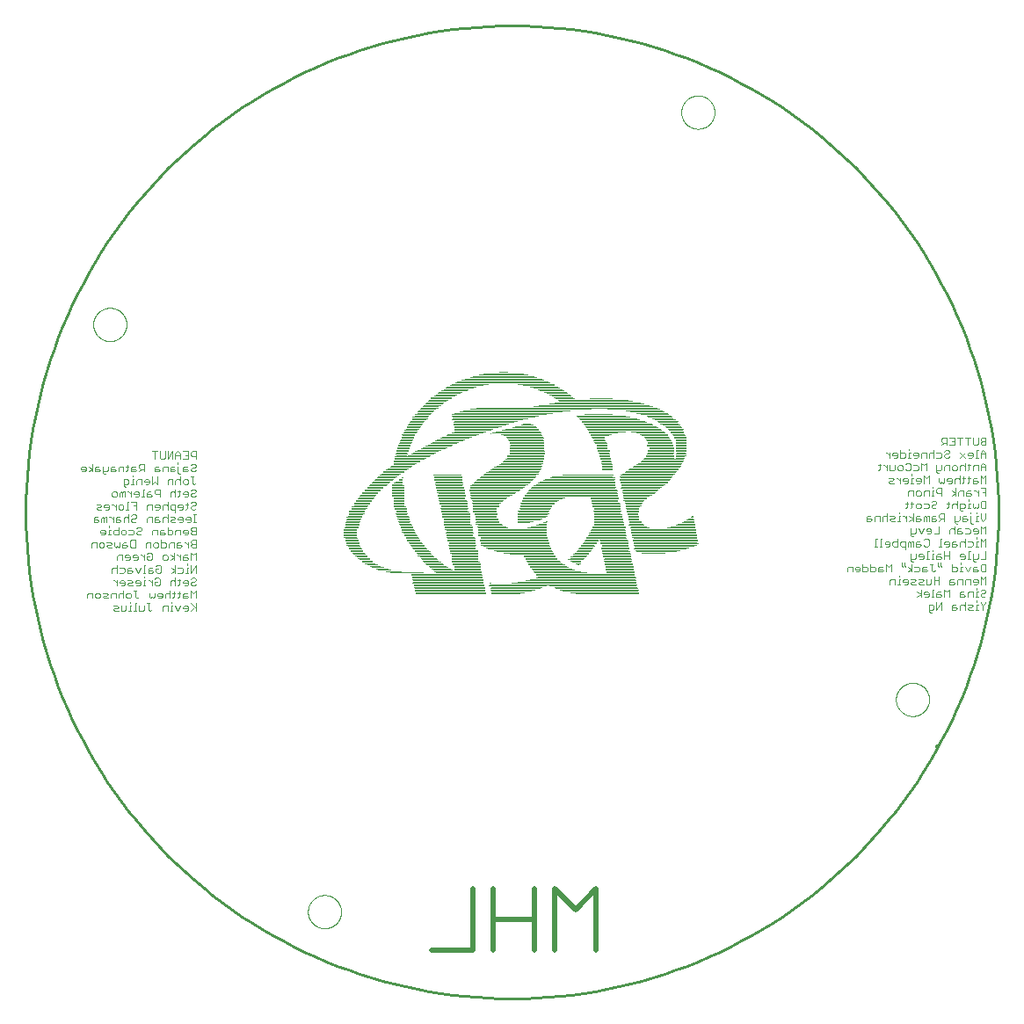
<source format=gbo>
G04 EAGLE Gerber X2 export*
G75*
%MOMM*%
%FSLAX34Y34*%
%LPD*%
%AMOC8*
5,1,8,0,0,1.08239X$1,22.5*%
G01*
%ADD10C,0.508000*%
%ADD11C,0.254000*%
%ADD12C,0.076200*%
%ADD13C,0.406400*%
%ADD14C,0.000000*%
%ADD15R,5.250181X0.084838*%
%ADD16R,2.115819X0.084838*%
%ADD17R,0.932181X0.084838*%
%ADD18R,6.096000X0.084581*%
%ADD19R,2.794000X0.084581*%
%ADD20R,6.774181X0.084581*%
%ADD21R,6.604000X0.084581*%
%ADD22R,3.218181X0.084581*%
%ADD23R,6.944363X0.084838*%
%ADD24R,3.639819X0.084838*%
%ADD25R,6.774181X0.084838*%
%ADD26R,7.282181X0.084581*%
%ADD27R,3.893819X0.084581*%
%ADD28R,7.536181X0.084581*%
%ADD29R,4.318000X0.084581*%
%ADD30R,7.790181X0.084838*%
%ADD31R,4.572000X0.084838*%
%ADD32R,7.960363X0.084581*%
%ADD33R,4.826000X0.084581*%
%ADD34R,8.041638X0.084581*%
%ADD35R,4.993638X0.084581*%
%ADD36R,6.858000X0.084581*%
%ADD37R,8.211819X0.084838*%
%ADD38R,5.247638X0.084838*%
%ADD39R,6.771638X0.084838*%
%ADD40R,8.382000X0.084581*%
%ADD41R,5.504181X0.084581*%
%ADD42R,6.771638X0.084581*%
%ADD43R,8.465819X0.084581*%
%ADD44R,5.674362X0.084581*%
%ADD45R,14.224000X0.084838*%
%ADD46R,6.858000X0.084838*%
%ADD47R,12.021819X0.084581*%
%ADD48R,0.086363X0.084581*%
%ADD49R,11.430000X0.084581*%
%ADD50R,10.922000X0.084838*%
%ADD51R,10.584181X0.084581*%
%ADD52R,10.160000X0.084581*%
%ADD53R,9.822181X0.084838*%
%ADD54R,9.568181X0.084581*%
%ADD55R,9.398000X0.084581*%
%ADD56R,9.484362X0.084838*%
%ADD57R,9.481819X0.084581*%
%ADD58R,9.565638X0.084838*%
%ADD59R,2.707638X0.084581*%
%ADD60R,5.080000X0.084581*%
%ADD61R,4.401819X0.084581*%
%ADD62R,3.215638X0.084581*%
%ADD63R,4.572000X0.084581*%
%ADD64R,1.440181X0.084581*%
%ADD65R,2.623819X0.084838*%
%ADD66R,4.318000X0.084838*%
%ADD67R,1.948181X0.084838*%
%ADD68R,1.270000X0.084838*%
%ADD69R,2.710181X0.084581*%
%ADD70R,4.064000X0.084581*%
%ADD71R,2.623819X0.084581*%
%ADD72R,1.945638X0.084581*%
%ADD73R,1.270000X0.084581*%
%ADD74R,3.896363X0.084581*%
%ADD75R,1.864363X0.084581*%
%ADD76R,1.186181X0.084581*%
%ADD77R,2.710181X0.084838*%
%ADD78R,3.810000X0.084838*%
%ADD79R,1.778000X0.084838*%
%ADD80R,1.099819X0.084838*%
%ADD81R,2.626362X0.084581*%
%ADD82R,3.723638X0.084581*%
%ADD83R,1.778000X0.084581*%
%ADD84R,1.183638X0.084581*%
%ADD85R,3.556000X0.084581*%
%ADD86R,1.694181X0.084581*%
%ADD87R,1.099819X0.084581*%
%ADD88R,3.472181X0.084838*%
%ADD89R,2.626362X0.084838*%
%ADD90R,1.102363X0.084838*%
%ADD91R,0.167637X0.084581*%
%ADD92R,3.472181X0.084581*%
%ADD93R,0.424181X0.084581*%
%ADD94R,3.302000X0.084581*%
%ADD95R,0.594363X0.084838*%
%ADD96R,3.302000X0.084838*%
%ADD97R,1.691638X0.084838*%
%ADD98R,0.845819X0.084581*%
%ADD99R,1.610363X0.084581*%
%ADD100R,1.607819X0.084581*%
%ADD101R,2.707638X0.084838*%
%ADD102R,3.218181X0.084838*%
%ADD103R,1.524000X0.084838*%
%ADD104R,1.186181X0.084838*%
%ADD105R,3.131819X0.084581*%
%ADD106R,1.524000X0.084581*%
%ADD107R,1.437638X0.084581*%
%ADD108R,1.102363X0.084581*%
%ADD109R,1.440181X0.084838*%
%ADD110R,3.048000X0.084838*%
%ADD111R,3.048000X0.084581*%
%ADD112R,4.234181X0.084581*%
%ADD113R,2.286000X0.084581*%
%ADD114R,1.353819X0.084581*%
%ADD115R,3.388362X0.084838*%
%ADD116R,1.353819X0.084838*%
%ADD117R,5.163819X0.084838*%
%ADD118R,1.356363X0.084838*%
%ADD119R,3.977638X0.084581*%
%ADD120R,1.356363X0.084581*%
%ADD121R,5.501638X0.084581*%
%ADD122R,5.671819X0.084581*%
%ADD123R,4.742181X0.084838*%
%ADD124R,1.437638X0.084838*%
%ADD125R,5.925819X0.084838*%
%ADD126R,4.996181X0.084581*%
%ADD127R,5.250181X0.084581*%
%ADD128R,6.266181X0.084581*%
%ADD129R,5.504181X0.084838*%
%ADD130R,6.350000X0.084838*%
%ADD131R,6.517638X0.084581*%
%ADD132R,6.012181X0.084581*%
%ADD133R,6.520181X0.084581*%
%ADD134R,6.179819X0.084838*%
%ADD135R,6.604000X0.084838*%
%ADD136R,6.179819X0.084581*%
%ADD137R,6.520181X0.084838*%
%ADD138R,6.263638X0.084581*%
%ADD139R,6.263638X0.084838*%
%ADD140R,3.980181X0.084838*%
%ADD141R,6.517638X0.084838*%
%ADD142R,1.183638X0.084838*%
%ADD143R,3.810000X0.084581*%
%ADD144R,6.266181X0.084838*%
%ADD145R,3.723638X0.084838*%
%ADD146R,3.639819X0.084581*%
%ADD147R,3.556000X0.084838*%
%ADD148R,3.385819X0.084581*%
%ADD149R,3.385819X0.084838*%
%ADD150R,2.369819X0.084838*%
%ADD151R,1.861819X0.084581*%
%ADD152R,3.134362X0.084581*%
%ADD153R,2.961638X0.084581*%
%ADD154R,2.369819X0.084581*%
%ADD155R,0.932181X0.084581*%
%ADD156R,2.453638X0.084581*%
%ADD157R,1.691638X0.084581*%
%ADD158R,0.762000X0.084581*%
%ADD159R,2.456181X0.084581*%
%ADD160R,2.961638X0.084838*%
%ADD161R,0.508000X0.084838*%
%ADD162R,0.337819X0.084838*%
%ADD163R,2.372362X0.084838*%
%ADD164R,2.877819X0.084581*%
%ADD165R,0.337819X0.084581*%
%ADD166R,1.016000X0.084581*%
%ADD167R,2.202181X0.084581*%
%ADD168R,2.794000X0.084838*%
%ADD169R,2.202181X0.084838*%
%ADD170R,0.508000X0.084581*%
%ADD171R,0.424181X0.084838*%
%ADD172R,1.016000X0.084838*%
%ADD173R,2.540000X0.084838*%
%ADD174R,0.254000X0.084581*%
%ADD175R,2.115819X0.084581*%
%ADD176R,0.170181X0.084581*%
%ADD177R,2.877819X0.084838*%
%ADD178R,2.199638X0.084838*%
%ADD179R,2.199638X0.084581*%
%ADD180R,2.964181X0.084581*%
%ADD181R,2.880362X0.084838*%
%ADD182R,2.880362X0.084581*%
%ADD183R,2.964181X0.084838*%
%ADD184R,2.286000X0.084838*%
%ADD185R,2.456181X0.084838*%
%ADD186R,2.540000X0.084581*%
%ADD187R,1.948181X0.084581*%
%ADD188R,2.118362X0.084838*%
%ADD189R,3.388362X0.084581*%
%ADD190R,3.980181X0.084581*%
%ADD191R,4.488181X0.084838*%
%ADD192R,3.642363X0.084838*%
%ADD193R,1.607819X0.084838*%
%ADD194R,8.973819X0.084581*%
%ADD195R,3.726181X0.084581*%
%ADD196R,8.890000X0.084838*%
%ADD197R,4.147819X0.084838*%
%ADD198R,8.806181X0.084581*%
%ADD199R,8.636000X0.084581*%
%ADD200R,8.636000X0.084838*%
%ADD201R,1.610363X0.084838*%
%ADD202R,8.552181X0.084581*%
%ADD203R,3.469638X0.084581*%
%ADD204R,8.468362X0.084581*%
%ADD205R,4.909819X0.084581*%
%ADD206R,8.295637X0.084838*%
%ADD207R,5.080000X0.084838*%
%ADD208R,8.211819X0.084581*%
%ADD209R,5.163819X0.084581*%
%ADD210R,8.128000X0.084581*%
%ADD211R,7.957819X0.084838*%
%ADD212R,7.874000X0.084581*%
%ADD213R,5.334000X0.084581*%
%ADD214R,4.150362X0.084581*%
%ADD215R,7.703819X0.084581*%
%ADD216R,5.417819X0.084581*%
%ADD217R,7.536181X0.084838*%
%ADD218R,5.417819X0.084838*%
%ADD219R,0.929638X0.084838*%
%ADD220R,1.694181X0.084838*%
%ADD221R,4.488181X0.084581*%
%ADD222R,7.449819X0.084581*%
%ADD223R,5.420363X0.084581*%
%ADD224R,0.675638X0.084581*%
%ADD225R,4.655819X0.084838*%
%ADD226R,7.112000X0.084838*%
%ADD227R,0.591819X0.084838*%
%ADD228R,0.421637X0.084581*%
%ADD229R,6.690362X0.084581*%
%ADD230R,4.909819X0.084838*%
%ADD231R,6.436363X0.084838*%
%ADD232R,5.334000X0.084838*%
%ADD233R,0.254000X0.084838*%
%ADD234R,6.182362X0.084581*%
%ADD235R,5.842000X0.084581*%
%ADD236R,5.501638X0.084838*%
%ADD237R,1.864363X0.084838*%
%ADD238R,5.166362X0.084581*%
%ADD239R,1.861819X0.084838*%
%ADD240R,4.912363X0.084838*%
%ADD241R,4.826000X0.084838*%
%ADD242R,2.032000X0.084838*%
%ADD243R,4.742181X0.084581*%
%ADD244R,4.658362X0.084581*%
%ADD245R,2.032000X0.084581*%
%ADD246R,4.401819X0.084838*%
%ADD247R,4.147819X0.084581*%
%ADD248R,4.231638X0.084581*%
%ADD249R,0.929638X0.084581*%
%ADD250R,0.848363X0.084581*%
%ADD251R,2.453638X0.084838*%
%ADD252R,2.372362X0.084581*%
%ADD253R,0.083819X0.084838*%
%ADD254R,7.279638X0.084838*%
%ADD255R,3.893819X0.084838*%
%ADD256R,7.112000X0.084581*%
%ADD257R,7.028181X0.084838*%
%ADD258R,6.941819X0.084581*%
%ADD259R,6.433819X0.084838*%
%ADD260R,5.588000X0.084838*%
%ADD261R,5.755638X0.084581*%
%ADD262R,5.588000X0.084581*%
%ADD263R,7.198362X0.084581*%
%ADD264R,4.150362X0.084838*%
%ADD265R,8.806181X0.084838*%
%ADD266R,9.227819X0.084581*%
%ADD267R,9.652000X0.084838*%
%ADD268R,9.906000X0.084581*%
%ADD269R,10.246363X0.084581*%
%ADD270R,4.064000X0.084838*%
%ADD271R,10.668000X0.084838*%
%ADD272R,11.600181X0.084581*%
%ADD273R,17.442181X0.084581*%
%ADD274R,12.275819X0.084838*%
%ADD275R,11.513819X0.084581*%
%ADD276R,10.751819X0.084581*%
%ADD277R,9.989819X0.084838*%
%ADD278R,9.144000X0.084581*%
%ADD279R,8.298181X0.084581*%
%ADD280R,7.449819X0.084838*%
%ADD281R,3.977638X0.084838*%
%ADD282R,8.382000X0.084838*%
%ADD283R,7.957819X0.084581*%
%ADD284R,7.533638X0.084581*%
%ADD285R,7.025638X0.084838*%
%ADD286R,6.009638X0.084581*%


D10*
X80939Y-423967D02*
X80939Y-364481D01*
X61110Y-384310D01*
X41281Y-364481D01*
X41281Y-423967D01*
X21534Y-423967D02*
X21534Y-364481D01*
X21534Y-394224D02*
X-18124Y-394224D01*
X-18124Y-364481D02*
X-18124Y-423967D01*
X-37872Y-423967D02*
X-37872Y-364481D01*
X-37872Y-423967D02*
X-77530Y-423967D01*
D11*
X-468441Y-1524D02*
X-468300Y9972D01*
X-467877Y21461D01*
X-467172Y32937D01*
X-466185Y44391D01*
X-464918Y55818D01*
X-463371Y67211D01*
X-461544Y78562D01*
X-459440Y89864D01*
X-457059Y101112D01*
X-454402Y112298D01*
X-451472Y123415D01*
X-448270Y134457D01*
X-444798Y145417D01*
X-441058Y156289D01*
X-437052Y167066D01*
X-432783Y177741D01*
X-428253Y188308D01*
X-423466Y198760D01*
X-418423Y209092D01*
X-413128Y219298D01*
X-407584Y229370D01*
X-401795Y239303D01*
X-395764Y249091D01*
X-389494Y258728D01*
X-382990Y268208D01*
X-376255Y277526D01*
X-369294Y286676D01*
X-362110Y295652D01*
X-354708Y304449D01*
X-347092Y313062D01*
X-339267Y321485D01*
X-331238Y329714D01*
X-323009Y337743D01*
X-314586Y345568D01*
X-305973Y353184D01*
X-297176Y360586D01*
X-288200Y367770D01*
X-279050Y374731D01*
X-269732Y381466D01*
X-260252Y387970D01*
X-250615Y394240D01*
X-240827Y400271D01*
X-230894Y406060D01*
X-220822Y411604D01*
X-210616Y416899D01*
X-200284Y421942D01*
X-189832Y426729D01*
X-179265Y431259D01*
X-168590Y435528D01*
X-157813Y439534D01*
X-146941Y443274D01*
X-135981Y446746D01*
X-124939Y449948D01*
X-113822Y452878D01*
X-102636Y455535D01*
X-91388Y457916D01*
X-80086Y460020D01*
X-68735Y461847D01*
X-57342Y463394D01*
X-45915Y464661D01*
X-34461Y465648D01*
X-22985Y466353D01*
X-11496Y466776D01*
X0Y466917D01*
X11496Y466776D01*
X22985Y466353D01*
X34461Y465648D01*
X45915Y464661D01*
X57342Y463394D01*
X68735Y461847D01*
X80086Y460020D01*
X91388Y457916D01*
X102636Y455535D01*
X113822Y452878D01*
X124939Y449948D01*
X135981Y446746D01*
X146941Y443274D01*
X157813Y439534D01*
X168590Y435528D01*
X179265Y431259D01*
X189832Y426729D01*
X200284Y421942D01*
X210616Y416899D01*
X220822Y411604D01*
X230894Y406060D01*
X240827Y400271D01*
X250615Y394240D01*
X260252Y387970D01*
X269732Y381466D01*
X279050Y374731D01*
X288200Y367770D01*
X297176Y360586D01*
X305973Y353184D01*
X314586Y345568D01*
X323009Y337743D01*
X331238Y329714D01*
X339267Y321485D01*
X347092Y313062D01*
X354708Y304449D01*
X362110Y295652D01*
X369294Y286676D01*
X376255Y277526D01*
X382990Y268208D01*
X389494Y258728D01*
X395764Y249091D01*
X401795Y239303D01*
X407584Y229370D01*
X413128Y219298D01*
X418423Y209092D01*
X423466Y198760D01*
X428253Y188308D01*
X432783Y177741D01*
X437052Y167066D01*
X441058Y156289D01*
X444798Y145417D01*
X448270Y134457D01*
X451472Y123415D01*
X454402Y112298D01*
X457059Y101112D01*
X459440Y89864D01*
X461544Y78562D01*
X463371Y67211D01*
X464918Y55818D01*
X466185Y44391D01*
X467172Y32937D01*
X467877Y21461D01*
X468300Y9972D01*
X468441Y-1524D01*
X468300Y-13020D01*
X467877Y-24509D01*
X467172Y-35985D01*
X466185Y-47439D01*
X464918Y-58866D01*
X463371Y-70259D01*
X461544Y-81610D01*
X459440Y-92912D01*
X457059Y-104160D01*
X454402Y-115346D01*
X451472Y-126463D01*
X448270Y-137505D01*
X444798Y-148465D01*
X441058Y-159337D01*
X437052Y-170114D01*
X432783Y-180789D01*
X428253Y-191356D01*
X423466Y-201808D01*
X418423Y-212140D01*
X413128Y-222346D01*
X407584Y-232418D01*
X401795Y-242351D01*
X395764Y-252139D01*
X389494Y-261776D01*
X382990Y-271256D01*
X376255Y-280574D01*
X369294Y-289724D01*
X362110Y-298700D01*
X354708Y-307497D01*
X347092Y-316110D01*
X339267Y-324533D01*
X331238Y-332762D01*
X323009Y-340791D01*
X314586Y-348616D01*
X305973Y-356232D01*
X297176Y-363634D01*
X288200Y-370818D01*
X279050Y-377779D01*
X269732Y-384514D01*
X260252Y-391018D01*
X250615Y-397288D01*
X240827Y-403319D01*
X230894Y-409108D01*
X220822Y-414652D01*
X210616Y-419947D01*
X200284Y-424990D01*
X189832Y-429777D01*
X179265Y-434307D01*
X168590Y-438576D01*
X157813Y-442582D01*
X146941Y-446322D01*
X135981Y-449794D01*
X124939Y-452996D01*
X113822Y-455926D01*
X102636Y-458583D01*
X91388Y-460964D01*
X80086Y-463068D01*
X68735Y-464895D01*
X57342Y-466442D01*
X45915Y-467709D01*
X34461Y-468696D01*
X22985Y-469401D01*
X11496Y-469824D01*
X0Y-469965D01*
X-11496Y-469824D01*
X-22985Y-469401D01*
X-34461Y-468696D01*
X-45915Y-467709D01*
X-57342Y-466442D01*
X-68735Y-464895D01*
X-80086Y-463068D01*
X-91388Y-460964D01*
X-102636Y-458583D01*
X-113822Y-455926D01*
X-124939Y-452996D01*
X-135981Y-449794D01*
X-146941Y-446322D01*
X-157813Y-442582D01*
X-168590Y-438576D01*
X-179265Y-434307D01*
X-189832Y-429777D01*
X-200284Y-424990D01*
X-210616Y-419947D01*
X-220822Y-414652D01*
X-230894Y-409108D01*
X-240827Y-403319D01*
X-250615Y-397288D01*
X-260252Y-391018D01*
X-269732Y-384514D01*
X-279050Y-377779D01*
X-288200Y-370818D01*
X-297176Y-363634D01*
X-305973Y-356232D01*
X-314586Y-348616D01*
X-323009Y-340791D01*
X-331238Y-332762D01*
X-339267Y-324533D01*
X-347092Y-316110D01*
X-354708Y-307497D01*
X-362110Y-298700D01*
X-369294Y-289724D01*
X-376255Y-280574D01*
X-382990Y-271256D01*
X-389494Y-261776D01*
X-395764Y-252139D01*
X-401795Y-242351D01*
X-407584Y-232418D01*
X-413128Y-222346D01*
X-418423Y-212140D01*
X-423466Y-201808D01*
X-428253Y-191356D01*
X-432783Y-180789D01*
X-437052Y-170114D01*
X-441058Y-159337D01*
X-444798Y-148465D01*
X-448270Y-137505D01*
X-451472Y-126463D01*
X-454402Y-115346D01*
X-457059Y-104160D01*
X-459440Y-92912D01*
X-461544Y-81610D01*
X-463371Y-70259D01*
X-464918Y-58866D01*
X-466185Y-47439D01*
X-467172Y-35985D01*
X-467877Y-24509D01*
X-468300Y-13020D01*
X-468441Y-1524D01*
D12*
X456205Y62856D02*
X456205Y70229D01*
X452518Y70229D01*
X451290Y69000D01*
X451290Y67771D01*
X452518Y66543D01*
X451290Y65314D01*
X451290Y64085D01*
X452518Y62856D01*
X456205Y62856D01*
X456205Y66543D02*
X452518Y66543D01*
X448720Y64085D02*
X448720Y70229D01*
X448720Y64085D02*
X447492Y62856D01*
X445034Y62856D01*
X443806Y64085D01*
X443806Y70229D01*
X438779Y70229D02*
X438779Y62856D01*
X441236Y70229D02*
X436321Y70229D01*
X431295Y70229D02*
X431295Y62856D01*
X433752Y70229D02*
X428837Y70229D01*
X426268Y70229D02*
X421353Y70229D01*
X426268Y70229D02*
X426268Y62856D01*
X421353Y62856D01*
X423811Y66543D02*
X426268Y66543D01*
X418784Y62856D02*
X418784Y70229D01*
X415098Y70229D01*
X413869Y69000D01*
X413869Y66543D01*
X415098Y65314D01*
X418784Y65314D01*
X416326Y65314D02*
X413869Y62856D01*
X456205Y55579D02*
X456205Y50664D01*
X456205Y55579D02*
X453747Y58037D01*
X451290Y55579D01*
X451290Y50664D01*
X451290Y54351D02*
X456205Y54351D01*
X448720Y58037D02*
X447492Y58037D01*
X447492Y50664D01*
X448720Y50664D02*
X446263Y50664D01*
X442502Y50664D02*
X440045Y50664D01*
X442502Y50664D02*
X443731Y51893D01*
X443731Y54351D01*
X442502Y55579D01*
X440045Y55579D01*
X438816Y54351D01*
X438816Y53122D01*
X443731Y53122D01*
X436247Y55579D02*
X431332Y50664D01*
X436247Y50664D02*
X431332Y55579D01*
X417592Y58037D02*
X416364Y56808D01*
X417592Y58037D02*
X420050Y58037D01*
X421279Y56808D01*
X421279Y55579D01*
X420050Y54351D01*
X417592Y54351D01*
X416364Y53122D01*
X416364Y51893D01*
X417592Y50664D01*
X420050Y50664D01*
X421279Y51893D01*
X412566Y55579D02*
X408880Y55579D01*
X412566Y55579D02*
X413794Y54351D01*
X413794Y51893D01*
X412566Y50664D01*
X408880Y50664D01*
X406310Y50664D02*
X406310Y58037D01*
X405082Y55579D02*
X406310Y54351D01*
X405082Y55579D02*
X402624Y55579D01*
X401395Y54351D01*
X401395Y50664D01*
X398826Y50664D02*
X398826Y55579D01*
X395140Y55579D01*
X393911Y54351D01*
X393911Y50664D01*
X390113Y50664D02*
X387656Y50664D01*
X390113Y50664D02*
X391342Y51893D01*
X391342Y54351D01*
X390113Y55579D01*
X387656Y55579D01*
X386427Y54351D01*
X386427Y53122D01*
X391342Y53122D01*
X383858Y55579D02*
X382629Y55579D01*
X382629Y50664D01*
X383858Y50664D02*
X381400Y50664D01*
X382629Y58037D02*
X382629Y59265D01*
X373953Y58037D02*
X373953Y50664D01*
X377640Y50664D01*
X378868Y51893D01*
X378868Y54351D01*
X377640Y55579D01*
X373953Y55579D01*
X370155Y50664D02*
X367698Y50664D01*
X370155Y50664D02*
X371384Y51893D01*
X371384Y54351D01*
X370155Y55579D01*
X367698Y55579D01*
X366469Y54351D01*
X366469Y53122D01*
X371384Y53122D01*
X363900Y55579D02*
X363900Y50664D01*
X363900Y53122D02*
X361443Y55579D01*
X360214Y55579D01*
X456205Y43387D02*
X456205Y38472D01*
X456205Y43387D02*
X453747Y45845D01*
X451290Y43387D01*
X451290Y38472D01*
X451290Y42159D02*
X456205Y42159D01*
X448720Y43387D02*
X448720Y38472D01*
X448720Y43387D02*
X445034Y43387D01*
X443806Y42159D01*
X443806Y38472D01*
X440008Y39701D02*
X440008Y44616D01*
X440008Y39701D02*
X438779Y38472D01*
X438779Y43387D02*
X441236Y43387D01*
X436247Y45845D02*
X436247Y38472D01*
X436247Y42159D02*
X435018Y43387D01*
X432561Y43387D01*
X431332Y42159D01*
X431332Y38472D01*
X427534Y38472D02*
X425077Y38472D01*
X423848Y39701D01*
X423848Y42159D01*
X425077Y43387D01*
X427534Y43387D01*
X428763Y42159D01*
X428763Y39701D01*
X427534Y38472D01*
X421279Y38472D02*
X421279Y43387D01*
X417592Y43387D01*
X416364Y42159D01*
X416364Y38472D01*
X413794Y39701D02*
X413794Y43387D01*
X413794Y39701D02*
X412566Y38472D01*
X408880Y38472D01*
X408880Y37244D02*
X408880Y43387D01*
X408880Y37244D02*
X410108Y36015D01*
X411337Y36015D01*
X398826Y38472D02*
X398826Y45845D01*
X396369Y43387D01*
X393911Y45845D01*
X393911Y38472D01*
X390113Y43387D02*
X386427Y43387D01*
X390113Y43387D02*
X391342Y42159D01*
X391342Y39701D01*
X390113Y38472D01*
X386427Y38472D01*
X380172Y45845D02*
X378943Y44616D01*
X380172Y45845D02*
X382629Y45845D01*
X383858Y44616D01*
X383858Y39701D01*
X382629Y38472D01*
X380172Y38472D01*
X378943Y39701D01*
X375145Y38472D02*
X372687Y38472D01*
X371459Y39701D01*
X371459Y42159D01*
X372687Y43387D01*
X375145Y43387D01*
X376374Y42159D01*
X376374Y39701D01*
X375145Y38472D01*
X368889Y39701D02*
X368889Y43387D01*
X368889Y39701D02*
X367661Y38472D01*
X363975Y38472D01*
X363975Y43387D01*
X361405Y43387D02*
X361405Y38472D01*
X361405Y40930D02*
X358948Y43387D01*
X357719Y43387D01*
X353940Y44616D02*
X353940Y39701D01*
X352711Y38472D01*
X352711Y43387D02*
X355169Y43387D01*
X456205Y33653D02*
X456205Y26280D01*
X453747Y31195D02*
X456205Y33653D01*
X453747Y31195D02*
X451290Y33653D01*
X451290Y26280D01*
X447492Y31195D02*
X445034Y31195D01*
X443806Y29967D01*
X443806Y26280D01*
X447492Y26280D01*
X448720Y27509D01*
X447492Y28738D01*
X443806Y28738D01*
X440008Y27509D02*
X440008Y32424D01*
X440008Y27509D02*
X438779Y26280D01*
X438779Y31195D02*
X441236Y31195D01*
X435018Y32424D02*
X435018Y27509D01*
X433789Y26280D01*
X433789Y31195D02*
X436247Y31195D01*
X431257Y33653D02*
X431257Y26280D01*
X431257Y29967D02*
X430029Y31195D01*
X427571Y31195D01*
X426343Y29967D01*
X426343Y26280D01*
X422545Y26280D02*
X420087Y26280D01*
X422545Y26280D02*
X423773Y27509D01*
X423773Y29967D01*
X422545Y31195D01*
X420087Y31195D01*
X418858Y29967D01*
X418858Y28738D01*
X423773Y28738D01*
X416289Y27509D02*
X416289Y31195D01*
X416289Y27509D02*
X415060Y26280D01*
X413832Y27509D01*
X412603Y26280D01*
X411374Y27509D01*
X411374Y31195D01*
X401321Y33653D02*
X401321Y26280D01*
X398863Y31195D02*
X401321Y33653D01*
X398863Y31195D02*
X396406Y33653D01*
X396406Y26280D01*
X392608Y26280D02*
X390151Y26280D01*
X392608Y26280D02*
X393837Y27509D01*
X393837Y29967D01*
X392608Y31195D01*
X390151Y31195D01*
X388922Y29967D01*
X388922Y28738D01*
X393837Y28738D01*
X386352Y31195D02*
X385124Y31195D01*
X385124Y26280D01*
X386352Y26280D02*
X383895Y26280D01*
X385124Y33653D02*
X385124Y34881D01*
X380134Y26280D02*
X377677Y26280D01*
X380134Y26280D02*
X381363Y27509D01*
X381363Y29967D01*
X380134Y31195D01*
X377677Y31195D01*
X376448Y29967D01*
X376448Y28738D01*
X381363Y28738D01*
X373879Y31195D02*
X373879Y26280D01*
X373879Y28738D02*
X371421Y31195D01*
X370193Y31195D01*
X367642Y26280D02*
X363956Y26280D01*
X362727Y27509D01*
X363956Y28738D01*
X366413Y28738D01*
X367642Y29967D01*
X366413Y31195D01*
X362727Y31195D01*
X456205Y21461D02*
X456205Y14088D01*
X456205Y21461D02*
X451290Y21461D01*
X453747Y17775D02*
X456205Y17775D01*
X448720Y19003D02*
X448720Y14088D01*
X448720Y16546D02*
X446263Y19003D01*
X445034Y19003D01*
X441255Y19003D02*
X438798Y19003D01*
X437569Y17775D01*
X437569Y14088D01*
X441255Y14088D01*
X442484Y15317D01*
X441255Y16546D01*
X437569Y16546D01*
X435000Y19003D02*
X435000Y14088D01*
X435000Y19003D02*
X431313Y19003D01*
X430085Y17775D01*
X430085Y14088D01*
X427515Y14088D02*
X427515Y21461D01*
X427515Y16546D02*
X423829Y14088D01*
X427515Y16546D02*
X423829Y19003D01*
X413794Y21461D02*
X413794Y14088D01*
X413794Y21461D02*
X410108Y21461D01*
X408880Y20232D01*
X408880Y17775D01*
X410108Y16546D01*
X413794Y16546D01*
X406310Y19003D02*
X405082Y19003D01*
X405082Y14088D01*
X406310Y14088D02*
X403853Y14088D01*
X405082Y21461D02*
X405082Y22689D01*
X401321Y19003D02*
X401321Y14088D01*
X401321Y19003D02*
X397635Y19003D01*
X396406Y17775D01*
X396406Y14088D01*
X392608Y14088D02*
X390151Y14088D01*
X388922Y15317D01*
X388922Y17775D01*
X390151Y19003D01*
X392608Y19003D01*
X393837Y17775D01*
X393837Y15317D01*
X392608Y14088D01*
X386353Y14088D02*
X386353Y19003D01*
X382666Y19003D01*
X381438Y17775D01*
X381438Y14088D01*
X456205Y9269D02*
X456205Y1896D01*
X452518Y1896D01*
X451290Y3125D01*
X451290Y8040D01*
X452518Y9269D01*
X456205Y9269D01*
X448720Y6811D02*
X448720Y3125D01*
X447492Y1896D01*
X446263Y3125D01*
X445034Y1896D01*
X443806Y3125D01*
X443806Y6811D01*
X441236Y6811D02*
X440008Y6811D01*
X440008Y1896D01*
X441236Y1896D02*
X438779Y1896D01*
X440008Y9269D02*
X440008Y10497D01*
X433789Y-561D02*
X432561Y-561D01*
X431332Y668D01*
X431332Y6811D01*
X435018Y6811D01*
X436247Y5583D01*
X436247Y3125D01*
X435018Y1896D01*
X431332Y1896D01*
X428763Y1896D02*
X428763Y9269D01*
X427534Y6811D02*
X428763Y5583D01*
X427534Y6811D02*
X425077Y6811D01*
X423848Y5583D01*
X423848Y1896D01*
X420050Y3125D02*
X420050Y8040D01*
X420050Y3125D02*
X418821Y1896D01*
X418821Y6811D02*
X421279Y6811D01*
X405119Y9269D02*
X403890Y8040D01*
X405119Y9269D02*
X407576Y9269D01*
X408805Y8040D01*
X408805Y6811D01*
X407576Y5583D01*
X405119Y5583D01*
X403890Y4354D01*
X403890Y3125D01*
X405119Y1896D01*
X407576Y1896D01*
X408805Y3125D01*
X400092Y6811D02*
X396406Y6811D01*
X400092Y6811D02*
X401321Y5583D01*
X401321Y3125D01*
X400092Y1896D01*
X396406Y1896D01*
X392608Y1896D02*
X390151Y1896D01*
X388922Y3125D01*
X388922Y5583D01*
X390151Y6811D01*
X392608Y6811D01*
X393837Y5583D01*
X393837Y3125D01*
X392608Y1896D01*
X385124Y3125D02*
X385124Y8040D01*
X385124Y3125D02*
X383895Y1896D01*
X383895Y6811D02*
X386352Y6811D01*
X380134Y8040D02*
X380134Y3125D01*
X378906Y1896D01*
X378906Y6811D02*
X381363Y6811D01*
X456205Y-2923D02*
X456205Y-7838D01*
X453747Y-10296D01*
X451290Y-7838D01*
X451290Y-2923D01*
X448720Y-5381D02*
X447492Y-5381D01*
X447492Y-10296D01*
X448720Y-10296D02*
X446263Y-10296D01*
X447492Y-2923D02*
X447492Y-1695D01*
X443731Y-12753D02*
X442502Y-12753D01*
X441274Y-11524D01*
X441274Y-5381D01*
X441274Y-2923D02*
X441274Y-1695D01*
X437513Y-5381D02*
X435055Y-5381D01*
X433827Y-6610D01*
X433827Y-10296D01*
X437513Y-10296D01*
X438742Y-9067D01*
X437513Y-7838D01*
X433827Y-7838D01*
X431257Y-9067D02*
X431257Y-5381D01*
X431257Y-9067D02*
X430029Y-10296D01*
X426343Y-10296D01*
X426343Y-11524D02*
X426343Y-5381D01*
X426343Y-11524D02*
X427571Y-12753D01*
X428800Y-12753D01*
X416289Y-10296D02*
X416289Y-2923D01*
X412603Y-2923D01*
X411374Y-4152D01*
X411374Y-6610D01*
X412603Y-7838D01*
X416289Y-7838D01*
X413832Y-7838D02*
X411374Y-10296D01*
X407576Y-5381D02*
X405119Y-5381D01*
X403890Y-6610D01*
X403890Y-10296D01*
X407576Y-10296D01*
X408805Y-9067D01*
X407576Y-7838D01*
X403890Y-7838D01*
X401321Y-5381D02*
X401321Y-10296D01*
X401321Y-5381D02*
X400092Y-5381D01*
X398863Y-6610D01*
X398863Y-10296D01*
X398863Y-6610D02*
X397635Y-5381D01*
X396406Y-6610D01*
X396406Y-10296D01*
X392608Y-5381D02*
X390151Y-5381D01*
X388922Y-6610D01*
X388922Y-10296D01*
X392608Y-10296D01*
X393837Y-9067D01*
X392608Y-7838D01*
X388922Y-7838D01*
X386352Y-10296D02*
X386352Y-2923D01*
X386352Y-7838D02*
X382666Y-10296D01*
X386352Y-7838D02*
X382666Y-5381D01*
X380116Y-5381D02*
X380116Y-10296D01*
X380116Y-7838D02*
X377658Y-5381D01*
X376430Y-5381D01*
X373879Y-5381D02*
X372650Y-5381D01*
X372650Y-10296D01*
X371422Y-10296D02*
X373879Y-10296D01*
X372650Y-2923D02*
X372650Y-1695D01*
X368889Y-10296D02*
X365203Y-10296D01*
X363975Y-9067D01*
X365203Y-7838D01*
X367661Y-7838D01*
X368889Y-6610D01*
X367661Y-5381D01*
X363975Y-5381D01*
X361405Y-2923D02*
X361405Y-10296D01*
X361405Y-6610D02*
X360177Y-5381D01*
X357719Y-5381D01*
X356490Y-6610D01*
X356490Y-10296D01*
X353921Y-10296D02*
X353921Y-5381D01*
X350235Y-5381D01*
X349006Y-6610D01*
X349006Y-10296D01*
X345208Y-5381D02*
X342751Y-5381D01*
X341522Y-6610D01*
X341522Y-10296D01*
X345208Y-10296D01*
X346437Y-9067D01*
X345208Y-7838D01*
X341522Y-7838D01*
X456205Y-15115D02*
X456205Y-22488D01*
X453747Y-17573D02*
X456205Y-15115D01*
X453747Y-17573D02*
X451290Y-15115D01*
X451290Y-22488D01*
X447492Y-22488D02*
X445034Y-22488D01*
X447492Y-22488D02*
X448720Y-21259D01*
X448720Y-18802D01*
X447492Y-17573D01*
X445034Y-17573D01*
X443806Y-18802D01*
X443806Y-20030D01*
X448720Y-20030D01*
X440008Y-17573D02*
X436321Y-17573D01*
X440008Y-17573D02*
X441236Y-18802D01*
X441236Y-21259D01*
X440008Y-22488D01*
X436321Y-22488D01*
X432523Y-17573D02*
X430066Y-17573D01*
X428837Y-18802D01*
X428837Y-22488D01*
X432523Y-22488D01*
X433752Y-21259D01*
X432523Y-20030D01*
X428837Y-20030D01*
X426268Y-22488D02*
X426268Y-15115D01*
X425039Y-17573D02*
X426268Y-18802D01*
X425039Y-17573D02*
X422582Y-17573D01*
X421353Y-18802D01*
X421353Y-22488D01*
X411300Y-22488D02*
X411300Y-15115D01*
X411300Y-22488D02*
X406385Y-22488D01*
X402587Y-22488D02*
X400129Y-22488D01*
X402587Y-22488D02*
X403816Y-21259D01*
X403816Y-18802D01*
X402587Y-17573D01*
X400129Y-17573D01*
X398901Y-18802D01*
X398901Y-20030D01*
X403816Y-20030D01*
X396331Y-17573D02*
X393874Y-22488D01*
X391417Y-17573D01*
X388847Y-17573D02*
X388847Y-21259D01*
X387619Y-22488D01*
X383932Y-22488D01*
X383932Y-23716D02*
X383932Y-17573D01*
X383932Y-23716D02*
X385161Y-24945D01*
X386390Y-24945D01*
X456205Y-27307D02*
X456205Y-34680D01*
X453747Y-29765D02*
X456205Y-27307D01*
X453747Y-29765D02*
X451290Y-27307D01*
X451290Y-34680D01*
X448720Y-29765D02*
X447492Y-29765D01*
X447492Y-34680D01*
X448720Y-34680D02*
X446263Y-34680D01*
X447492Y-27307D02*
X447492Y-26079D01*
X442502Y-29765D02*
X438816Y-29765D01*
X442502Y-29765D02*
X443731Y-30994D01*
X443731Y-33451D01*
X442502Y-34680D01*
X438816Y-34680D01*
X436247Y-34680D02*
X436247Y-27307D01*
X435018Y-29765D02*
X436247Y-30994D01*
X435018Y-29765D02*
X432561Y-29765D01*
X431332Y-30994D01*
X431332Y-34680D01*
X427534Y-29765D02*
X425077Y-29765D01*
X423848Y-30994D01*
X423848Y-34680D01*
X427534Y-34680D01*
X428763Y-33451D01*
X427534Y-32222D01*
X423848Y-32222D01*
X420050Y-34680D02*
X417592Y-34680D01*
X420050Y-34680D02*
X421279Y-33451D01*
X421279Y-30994D01*
X420050Y-29765D01*
X417592Y-29765D01*
X416364Y-30994D01*
X416364Y-32222D01*
X421279Y-32222D01*
X413794Y-27307D02*
X412566Y-27307D01*
X412566Y-34680D01*
X413794Y-34680D02*
X411337Y-34680D01*
X397635Y-27307D02*
X396406Y-28536D01*
X397635Y-27307D02*
X400092Y-27307D01*
X401321Y-28536D01*
X401321Y-33451D01*
X400092Y-34680D01*
X397635Y-34680D01*
X396406Y-33451D01*
X392608Y-29765D02*
X390151Y-29765D01*
X388922Y-30994D01*
X388922Y-34680D01*
X392608Y-34680D01*
X393837Y-33451D01*
X392608Y-32222D01*
X388922Y-32222D01*
X386352Y-29765D02*
X386352Y-34680D01*
X386352Y-29765D02*
X385124Y-29765D01*
X383895Y-30994D01*
X383895Y-34680D01*
X383895Y-30994D02*
X382666Y-29765D01*
X381438Y-30994D01*
X381438Y-34680D01*
X378868Y-37137D02*
X378868Y-29765D01*
X375182Y-29765D01*
X373953Y-30994D01*
X373953Y-33451D01*
X375182Y-34680D01*
X378868Y-34680D01*
X371384Y-34680D02*
X371384Y-27307D01*
X371384Y-34680D02*
X367698Y-34680D01*
X366469Y-33451D01*
X366469Y-30994D01*
X367698Y-29765D01*
X371384Y-29765D01*
X362671Y-34680D02*
X360214Y-34680D01*
X362671Y-34680D02*
X363900Y-33451D01*
X363900Y-30994D01*
X362671Y-29765D01*
X360214Y-29765D01*
X358985Y-30994D01*
X358985Y-32222D01*
X363900Y-32222D01*
X356416Y-27307D02*
X355187Y-27307D01*
X355187Y-34680D01*
X356416Y-34680D02*
X353958Y-34680D01*
X351426Y-27307D02*
X350198Y-27307D01*
X350198Y-34680D01*
X351426Y-34680D02*
X348969Y-34680D01*
X456205Y-39499D02*
X456205Y-46872D01*
X451290Y-46872D01*
X448720Y-45643D02*
X448720Y-41957D01*
X448720Y-45643D02*
X447492Y-46872D01*
X443806Y-46872D01*
X443806Y-48100D02*
X443806Y-41957D01*
X443806Y-48100D02*
X445034Y-49329D01*
X446263Y-49329D01*
X441236Y-39499D02*
X440008Y-39499D01*
X440008Y-46872D01*
X441236Y-46872D02*
X438779Y-46872D01*
X435018Y-46872D02*
X432561Y-46872D01*
X435018Y-46872D02*
X436247Y-45643D01*
X436247Y-43186D01*
X435018Y-41957D01*
X432561Y-41957D01*
X431332Y-43186D01*
X431332Y-44414D01*
X436247Y-44414D01*
X421279Y-46872D02*
X421279Y-39499D01*
X421279Y-43186D02*
X416364Y-43186D01*
X416364Y-46872D02*
X416364Y-39499D01*
X412566Y-41957D02*
X410108Y-41957D01*
X408880Y-43186D01*
X408880Y-46872D01*
X412566Y-46872D01*
X413794Y-45643D01*
X412566Y-44414D01*
X408880Y-44414D01*
X406310Y-41957D02*
X405082Y-41957D01*
X405082Y-46872D01*
X406310Y-46872D02*
X403853Y-46872D01*
X405082Y-39499D02*
X405082Y-38271D01*
X401321Y-39499D02*
X400092Y-39499D01*
X400092Y-46872D01*
X401321Y-46872D02*
X398863Y-46872D01*
X395103Y-46872D02*
X392645Y-46872D01*
X395103Y-46872D02*
X396331Y-45643D01*
X396331Y-43186D01*
X395103Y-41957D01*
X392645Y-41957D01*
X391417Y-43186D01*
X391417Y-44414D01*
X396331Y-44414D01*
X388847Y-45643D02*
X388847Y-41957D01*
X388847Y-45643D02*
X387619Y-46872D01*
X383932Y-46872D01*
X383932Y-48100D02*
X383932Y-41957D01*
X383932Y-48100D02*
X385161Y-49329D01*
X386390Y-49329D01*
X456205Y-51691D02*
X456205Y-59064D01*
X452518Y-59064D01*
X451290Y-57835D01*
X451290Y-52920D01*
X452518Y-51691D01*
X456205Y-51691D01*
X447492Y-54149D02*
X445034Y-54149D01*
X443806Y-55378D01*
X443806Y-59064D01*
X447492Y-59064D01*
X448720Y-57835D01*
X447492Y-56606D01*
X443806Y-56606D01*
X441236Y-54149D02*
X438779Y-59064D01*
X436321Y-54149D01*
X433752Y-54149D02*
X432523Y-54149D01*
X432523Y-59064D01*
X431295Y-59064D02*
X433752Y-59064D01*
X432523Y-51691D02*
X432523Y-50463D01*
X423848Y-51691D02*
X423848Y-59064D01*
X427534Y-59064D01*
X428763Y-57835D01*
X428763Y-55378D01*
X427534Y-54149D01*
X423848Y-54149D01*
X412566Y-52920D02*
X412566Y-50463D01*
X412566Y-52920D02*
X413794Y-54149D01*
X410108Y-52920D02*
X410108Y-50463D01*
X410108Y-52920D02*
X411337Y-54149D01*
X407558Y-57835D02*
X406329Y-59064D01*
X405100Y-59064D01*
X403871Y-57835D01*
X403871Y-51691D01*
X402643Y-51691D02*
X405100Y-51691D01*
X398845Y-54149D02*
X396387Y-54149D01*
X395159Y-55378D01*
X395159Y-59064D01*
X398845Y-59064D01*
X400073Y-57835D01*
X398845Y-56606D01*
X395159Y-56606D01*
X391361Y-54149D02*
X387674Y-54149D01*
X391361Y-54149D02*
X392589Y-55378D01*
X392589Y-57835D01*
X391361Y-59064D01*
X387674Y-59064D01*
X385105Y-59064D02*
X385105Y-51691D01*
X385105Y-56606D02*
X381419Y-59064D01*
X385105Y-56606D02*
X381419Y-54149D01*
X377640Y-52920D02*
X377640Y-50463D01*
X377640Y-52920D02*
X378868Y-54149D01*
X375182Y-52920D02*
X375182Y-50463D01*
X375182Y-52920D02*
X376411Y-54149D01*
X365147Y-51691D02*
X365147Y-59064D01*
X362690Y-54149D02*
X365147Y-51691D01*
X362690Y-54149D02*
X360233Y-51691D01*
X360233Y-59064D01*
X356435Y-54149D02*
X353977Y-54149D01*
X352748Y-55378D01*
X352748Y-59064D01*
X356435Y-59064D01*
X357663Y-57835D01*
X356435Y-56606D01*
X352748Y-56606D01*
X345264Y-59064D02*
X345264Y-51691D01*
X345264Y-59064D02*
X348950Y-59064D01*
X350179Y-57835D01*
X350179Y-55378D01*
X348950Y-54149D01*
X345264Y-54149D01*
X337780Y-51691D02*
X337780Y-59064D01*
X341466Y-59064D01*
X342695Y-57835D01*
X342695Y-55378D01*
X341466Y-54149D01*
X337780Y-54149D01*
X333982Y-59064D02*
X331525Y-59064D01*
X333982Y-59064D02*
X335211Y-57835D01*
X335211Y-55378D01*
X333982Y-54149D01*
X331525Y-54149D01*
X330296Y-55378D01*
X330296Y-56606D01*
X335211Y-56606D01*
X327727Y-54149D02*
X327727Y-59064D01*
X327727Y-54149D02*
X324041Y-54149D01*
X322812Y-55378D01*
X322812Y-59064D01*
X456205Y-63883D02*
X456205Y-71256D01*
X453747Y-66341D02*
X456205Y-63883D01*
X453747Y-66341D02*
X451290Y-63883D01*
X451290Y-71256D01*
X447492Y-71256D02*
X445034Y-71256D01*
X447492Y-71256D02*
X448720Y-70027D01*
X448720Y-67570D01*
X447492Y-66341D01*
X445034Y-66341D01*
X443806Y-67570D01*
X443806Y-68798D01*
X448720Y-68798D01*
X441236Y-66341D02*
X441236Y-71256D01*
X441236Y-66341D02*
X437550Y-66341D01*
X436321Y-67570D01*
X436321Y-71256D01*
X433752Y-71256D02*
X433752Y-66341D01*
X430066Y-66341D01*
X428837Y-67570D01*
X428837Y-71256D01*
X425039Y-66341D02*
X422582Y-66341D01*
X421353Y-67570D01*
X421353Y-71256D01*
X425039Y-71256D01*
X426268Y-70027D01*
X425039Y-68798D01*
X421353Y-68798D01*
X411300Y-71256D02*
X411300Y-63883D01*
X411300Y-67570D02*
X406385Y-67570D01*
X406385Y-71256D02*
X406385Y-63883D01*
X403816Y-66341D02*
X403816Y-70027D01*
X402587Y-71256D01*
X398901Y-71256D01*
X398901Y-66341D01*
X396331Y-71256D02*
X392645Y-71256D01*
X391417Y-70027D01*
X392645Y-68798D01*
X395103Y-68798D01*
X396331Y-67570D01*
X395103Y-66341D01*
X391417Y-66341D01*
X388847Y-71256D02*
X385161Y-71256D01*
X383932Y-70027D01*
X385161Y-68798D01*
X387619Y-68798D01*
X388847Y-67570D01*
X387619Y-66341D01*
X383932Y-66341D01*
X380134Y-71256D02*
X377677Y-71256D01*
X380134Y-71256D02*
X381363Y-70027D01*
X381363Y-67570D01*
X380134Y-66341D01*
X377677Y-66341D01*
X376448Y-67570D01*
X376448Y-68798D01*
X381363Y-68798D01*
X373879Y-66341D02*
X372650Y-66341D01*
X372650Y-71256D01*
X373879Y-71256D02*
X371421Y-71256D01*
X372650Y-63883D02*
X372650Y-62655D01*
X368889Y-66341D02*
X368889Y-71256D01*
X368889Y-66341D02*
X365203Y-66341D01*
X363975Y-67570D01*
X363975Y-71256D01*
X451290Y-77304D02*
X452518Y-76075D01*
X454976Y-76075D01*
X456205Y-77304D01*
X456205Y-78533D01*
X454976Y-79762D01*
X452518Y-79762D01*
X451290Y-80990D01*
X451290Y-82219D01*
X452518Y-83448D01*
X454976Y-83448D01*
X456205Y-82219D01*
X448720Y-78533D02*
X447492Y-78533D01*
X447492Y-83448D01*
X448720Y-83448D02*
X446263Y-83448D01*
X447492Y-76075D02*
X447492Y-74847D01*
X443731Y-78533D02*
X443731Y-83448D01*
X443731Y-78533D02*
X440045Y-78533D01*
X438816Y-79762D01*
X438816Y-83448D01*
X435018Y-78533D02*
X432561Y-78533D01*
X431332Y-79762D01*
X431332Y-83448D01*
X435018Y-83448D01*
X436247Y-82219D01*
X435018Y-80990D01*
X431332Y-80990D01*
X421279Y-83448D02*
X421279Y-76075D01*
X418821Y-78533D01*
X416364Y-76075D01*
X416364Y-83448D01*
X412566Y-78533D02*
X410108Y-78533D01*
X408880Y-79762D01*
X408880Y-83448D01*
X412566Y-83448D01*
X413794Y-82219D01*
X412566Y-80990D01*
X408880Y-80990D01*
X406310Y-76075D02*
X405082Y-76075D01*
X405082Y-83448D01*
X406310Y-83448D02*
X403853Y-83448D01*
X400092Y-83448D02*
X397635Y-83448D01*
X400092Y-83448D02*
X401321Y-82219D01*
X401321Y-79762D01*
X400092Y-78533D01*
X397635Y-78533D01*
X396406Y-79762D01*
X396406Y-80990D01*
X401321Y-80990D01*
X393837Y-83448D02*
X393837Y-76075D01*
X393837Y-80990D02*
X390151Y-83448D01*
X393837Y-80990D02*
X390151Y-78533D01*
X456205Y-88267D02*
X456205Y-89496D01*
X453747Y-91954D01*
X451290Y-89496D01*
X451290Y-88267D01*
X453747Y-91954D02*
X453747Y-95640D01*
X448720Y-90725D02*
X447492Y-90725D01*
X447492Y-95640D01*
X448720Y-95640D02*
X446263Y-95640D01*
X447492Y-88267D02*
X447492Y-87039D01*
X443731Y-95640D02*
X440045Y-95640D01*
X438816Y-94411D01*
X440045Y-93182D01*
X442502Y-93182D01*
X443731Y-91954D01*
X442502Y-90725D01*
X438816Y-90725D01*
X436247Y-88267D02*
X436247Y-95640D01*
X436247Y-91954D02*
X435018Y-90725D01*
X432561Y-90725D01*
X431332Y-91954D01*
X431332Y-95640D01*
X427534Y-90725D02*
X425077Y-90725D01*
X423848Y-91954D01*
X423848Y-95640D01*
X427534Y-95640D01*
X428763Y-94411D01*
X427534Y-93182D01*
X423848Y-93182D01*
X413794Y-95640D02*
X413794Y-88267D01*
X408880Y-95640D01*
X408880Y-88267D01*
X403853Y-98097D02*
X402624Y-98097D01*
X401395Y-96868D01*
X401395Y-90725D01*
X405082Y-90725D01*
X406310Y-91954D01*
X406310Y-94411D01*
X405082Y-95640D01*
X401395Y-95640D01*
D13*
X409742Y-227350D02*
X409634Y-227580D01*
D14*
X163070Y383540D02*
X163075Y383933D01*
X163089Y384325D01*
X163113Y384717D01*
X163147Y385108D01*
X163190Y385499D01*
X163243Y385888D01*
X163306Y386275D01*
X163377Y386661D01*
X163459Y387046D01*
X163549Y387428D01*
X163650Y387807D01*
X163759Y388185D01*
X163878Y388559D01*
X164005Y388930D01*
X164142Y389298D01*
X164288Y389663D01*
X164443Y390024D01*
X164606Y390381D01*
X164778Y390734D01*
X164959Y391082D01*
X165149Y391426D01*
X165346Y391766D01*
X165552Y392100D01*
X165766Y392429D01*
X165989Y392753D01*
X166219Y393071D01*
X166456Y393384D01*
X166702Y393690D01*
X166955Y393991D01*
X167215Y394285D01*
X167482Y394573D01*
X167756Y394854D01*
X168037Y395128D01*
X168325Y395395D01*
X168619Y395655D01*
X168920Y395908D01*
X169226Y396154D01*
X169539Y396391D01*
X169857Y396621D01*
X170181Y396844D01*
X170510Y397058D01*
X170844Y397264D01*
X171184Y397461D01*
X171528Y397651D01*
X171876Y397832D01*
X172229Y398004D01*
X172586Y398167D01*
X172947Y398322D01*
X173312Y398468D01*
X173680Y398605D01*
X174051Y398732D01*
X174425Y398851D01*
X174803Y398960D01*
X175182Y399061D01*
X175564Y399151D01*
X175949Y399233D01*
X176335Y399304D01*
X176722Y399367D01*
X177111Y399420D01*
X177502Y399463D01*
X177893Y399497D01*
X178285Y399521D01*
X178677Y399535D01*
X179070Y399540D01*
X179463Y399535D01*
X179855Y399521D01*
X180247Y399497D01*
X180638Y399463D01*
X181029Y399420D01*
X181418Y399367D01*
X181805Y399304D01*
X182191Y399233D01*
X182576Y399151D01*
X182958Y399061D01*
X183337Y398960D01*
X183715Y398851D01*
X184089Y398732D01*
X184460Y398605D01*
X184828Y398468D01*
X185193Y398322D01*
X185554Y398167D01*
X185911Y398004D01*
X186264Y397832D01*
X186612Y397651D01*
X186956Y397461D01*
X187296Y397264D01*
X187630Y397058D01*
X187959Y396844D01*
X188283Y396621D01*
X188601Y396391D01*
X188914Y396154D01*
X189220Y395908D01*
X189521Y395655D01*
X189815Y395395D01*
X190103Y395128D01*
X190384Y394854D01*
X190658Y394573D01*
X190925Y394285D01*
X191185Y393991D01*
X191438Y393690D01*
X191684Y393384D01*
X191921Y393071D01*
X192151Y392753D01*
X192374Y392429D01*
X192588Y392100D01*
X192794Y391766D01*
X192991Y391426D01*
X193181Y391082D01*
X193362Y390734D01*
X193534Y390381D01*
X193697Y390024D01*
X193852Y389663D01*
X193998Y389298D01*
X194135Y388930D01*
X194262Y388559D01*
X194381Y388185D01*
X194490Y387807D01*
X194591Y387428D01*
X194681Y387046D01*
X194763Y386661D01*
X194834Y386275D01*
X194897Y385888D01*
X194950Y385499D01*
X194993Y385108D01*
X195027Y384717D01*
X195051Y384325D01*
X195065Y383933D01*
X195070Y383540D01*
X195065Y383147D01*
X195051Y382755D01*
X195027Y382363D01*
X194993Y381972D01*
X194950Y381581D01*
X194897Y381192D01*
X194834Y380805D01*
X194763Y380419D01*
X194681Y380034D01*
X194591Y379652D01*
X194490Y379273D01*
X194381Y378895D01*
X194262Y378521D01*
X194135Y378150D01*
X193998Y377782D01*
X193852Y377417D01*
X193697Y377056D01*
X193534Y376699D01*
X193362Y376346D01*
X193181Y375998D01*
X192991Y375654D01*
X192794Y375314D01*
X192588Y374980D01*
X192374Y374651D01*
X192151Y374327D01*
X191921Y374009D01*
X191684Y373696D01*
X191438Y373390D01*
X191185Y373089D01*
X190925Y372795D01*
X190658Y372507D01*
X190384Y372226D01*
X190103Y371952D01*
X189815Y371685D01*
X189521Y371425D01*
X189220Y371172D01*
X188914Y370926D01*
X188601Y370689D01*
X188283Y370459D01*
X187959Y370236D01*
X187630Y370022D01*
X187296Y369816D01*
X186956Y369619D01*
X186612Y369429D01*
X186264Y369248D01*
X185911Y369076D01*
X185554Y368913D01*
X185193Y368758D01*
X184828Y368612D01*
X184460Y368475D01*
X184089Y368348D01*
X183715Y368229D01*
X183337Y368120D01*
X182958Y368019D01*
X182576Y367929D01*
X182191Y367847D01*
X181805Y367776D01*
X181418Y367713D01*
X181029Y367660D01*
X180638Y367617D01*
X180247Y367583D01*
X179855Y367559D01*
X179463Y367545D01*
X179070Y367540D01*
X178677Y367545D01*
X178285Y367559D01*
X177893Y367583D01*
X177502Y367617D01*
X177111Y367660D01*
X176722Y367713D01*
X176335Y367776D01*
X175949Y367847D01*
X175564Y367929D01*
X175182Y368019D01*
X174803Y368120D01*
X174425Y368229D01*
X174051Y368348D01*
X173680Y368475D01*
X173312Y368612D01*
X172947Y368758D01*
X172586Y368913D01*
X172229Y369076D01*
X171876Y369248D01*
X171528Y369429D01*
X171184Y369619D01*
X170844Y369816D01*
X170510Y370022D01*
X170181Y370236D01*
X169857Y370459D01*
X169539Y370689D01*
X169226Y370926D01*
X168920Y371172D01*
X168619Y371425D01*
X168325Y371685D01*
X168037Y371952D01*
X167756Y372226D01*
X167482Y372507D01*
X167215Y372795D01*
X166955Y373089D01*
X166702Y373390D01*
X166456Y373696D01*
X166219Y374009D01*
X165989Y374327D01*
X165766Y374651D01*
X165552Y374980D01*
X165346Y375314D01*
X165149Y375654D01*
X164959Y375998D01*
X164778Y376346D01*
X164606Y376699D01*
X164443Y377056D01*
X164288Y377417D01*
X164142Y377782D01*
X164005Y378150D01*
X163878Y378521D01*
X163759Y378895D01*
X163650Y379273D01*
X163549Y379652D01*
X163459Y380034D01*
X163377Y380419D01*
X163306Y380805D01*
X163243Y381192D01*
X163190Y381581D01*
X163147Y381972D01*
X163113Y382363D01*
X163089Y382755D01*
X163075Y383147D01*
X163070Y383540D01*
X369826Y-182118D02*
X369831Y-181725D01*
X369845Y-181333D01*
X369869Y-180941D01*
X369903Y-180550D01*
X369946Y-180159D01*
X369999Y-179770D01*
X370062Y-179383D01*
X370133Y-178997D01*
X370215Y-178612D01*
X370305Y-178230D01*
X370406Y-177851D01*
X370515Y-177473D01*
X370634Y-177099D01*
X370761Y-176728D01*
X370898Y-176360D01*
X371044Y-175995D01*
X371199Y-175634D01*
X371362Y-175277D01*
X371534Y-174924D01*
X371715Y-174576D01*
X371905Y-174232D01*
X372102Y-173892D01*
X372308Y-173558D01*
X372522Y-173229D01*
X372745Y-172905D01*
X372975Y-172587D01*
X373212Y-172274D01*
X373458Y-171968D01*
X373711Y-171667D01*
X373971Y-171373D01*
X374238Y-171085D01*
X374512Y-170804D01*
X374793Y-170530D01*
X375081Y-170263D01*
X375375Y-170003D01*
X375676Y-169750D01*
X375982Y-169504D01*
X376295Y-169267D01*
X376613Y-169037D01*
X376937Y-168814D01*
X377266Y-168600D01*
X377600Y-168394D01*
X377940Y-168197D01*
X378284Y-168007D01*
X378632Y-167826D01*
X378985Y-167654D01*
X379342Y-167491D01*
X379703Y-167336D01*
X380068Y-167190D01*
X380436Y-167053D01*
X380807Y-166926D01*
X381181Y-166807D01*
X381559Y-166698D01*
X381938Y-166597D01*
X382320Y-166507D01*
X382705Y-166425D01*
X383091Y-166354D01*
X383478Y-166291D01*
X383867Y-166238D01*
X384258Y-166195D01*
X384649Y-166161D01*
X385041Y-166137D01*
X385433Y-166123D01*
X385826Y-166118D01*
X386219Y-166123D01*
X386611Y-166137D01*
X387003Y-166161D01*
X387394Y-166195D01*
X387785Y-166238D01*
X388174Y-166291D01*
X388561Y-166354D01*
X388947Y-166425D01*
X389332Y-166507D01*
X389714Y-166597D01*
X390093Y-166698D01*
X390471Y-166807D01*
X390845Y-166926D01*
X391216Y-167053D01*
X391584Y-167190D01*
X391949Y-167336D01*
X392310Y-167491D01*
X392667Y-167654D01*
X393020Y-167826D01*
X393368Y-168007D01*
X393712Y-168197D01*
X394052Y-168394D01*
X394386Y-168600D01*
X394715Y-168814D01*
X395039Y-169037D01*
X395357Y-169267D01*
X395670Y-169504D01*
X395976Y-169750D01*
X396277Y-170003D01*
X396571Y-170263D01*
X396859Y-170530D01*
X397140Y-170804D01*
X397414Y-171085D01*
X397681Y-171373D01*
X397941Y-171667D01*
X398194Y-171968D01*
X398440Y-172274D01*
X398677Y-172587D01*
X398907Y-172905D01*
X399130Y-173229D01*
X399344Y-173558D01*
X399550Y-173892D01*
X399747Y-174232D01*
X399937Y-174576D01*
X400118Y-174924D01*
X400290Y-175277D01*
X400453Y-175634D01*
X400608Y-175995D01*
X400754Y-176360D01*
X400891Y-176728D01*
X401018Y-177099D01*
X401137Y-177473D01*
X401246Y-177851D01*
X401347Y-178230D01*
X401437Y-178612D01*
X401519Y-178997D01*
X401590Y-179383D01*
X401653Y-179770D01*
X401706Y-180159D01*
X401749Y-180550D01*
X401783Y-180941D01*
X401807Y-181333D01*
X401821Y-181725D01*
X401826Y-182118D01*
X401821Y-182511D01*
X401807Y-182903D01*
X401783Y-183295D01*
X401749Y-183686D01*
X401706Y-184077D01*
X401653Y-184466D01*
X401590Y-184853D01*
X401519Y-185239D01*
X401437Y-185624D01*
X401347Y-186006D01*
X401246Y-186385D01*
X401137Y-186763D01*
X401018Y-187137D01*
X400891Y-187508D01*
X400754Y-187876D01*
X400608Y-188241D01*
X400453Y-188602D01*
X400290Y-188959D01*
X400118Y-189312D01*
X399937Y-189660D01*
X399747Y-190004D01*
X399550Y-190344D01*
X399344Y-190678D01*
X399130Y-191007D01*
X398907Y-191331D01*
X398677Y-191649D01*
X398440Y-191962D01*
X398194Y-192268D01*
X397941Y-192569D01*
X397681Y-192863D01*
X397414Y-193151D01*
X397140Y-193432D01*
X396859Y-193706D01*
X396571Y-193973D01*
X396277Y-194233D01*
X395976Y-194486D01*
X395670Y-194732D01*
X395357Y-194969D01*
X395039Y-195199D01*
X394715Y-195422D01*
X394386Y-195636D01*
X394052Y-195842D01*
X393712Y-196039D01*
X393368Y-196229D01*
X393020Y-196410D01*
X392667Y-196582D01*
X392310Y-196745D01*
X391949Y-196900D01*
X391584Y-197046D01*
X391216Y-197183D01*
X390845Y-197310D01*
X390471Y-197429D01*
X390093Y-197538D01*
X389714Y-197639D01*
X389332Y-197729D01*
X388947Y-197811D01*
X388561Y-197882D01*
X388174Y-197945D01*
X387785Y-197998D01*
X387394Y-198041D01*
X387003Y-198075D01*
X386611Y-198099D01*
X386219Y-198113D01*
X385826Y-198118D01*
X385433Y-198113D01*
X385041Y-198099D01*
X384649Y-198075D01*
X384258Y-198041D01*
X383867Y-197998D01*
X383478Y-197945D01*
X383091Y-197882D01*
X382705Y-197811D01*
X382320Y-197729D01*
X381938Y-197639D01*
X381559Y-197538D01*
X381181Y-197429D01*
X380807Y-197310D01*
X380436Y-197183D01*
X380068Y-197046D01*
X379703Y-196900D01*
X379342Y-196745D01*
X378985Y-196582D01*
X378632Y-196410D01*
X378284Y-196229D01*
X377940Y-196039D01*
X377600Y-195842D01*
X377266Y-195636D01*
X376937Y-195422D01*
X376613Y-195199D01*
X376295Y-194969D01*
X375982Y-194732D01*
X375676Y-194486D01*
X375375Y-194233D01*
X375081Y-193973D01*
X374793Y-193706D01*
X374512Y-193432D01*
X374238Y-193151D01*
X373971Y-192863D01*
X373711Y-192569D01*
X373458Y-192268D01*
X373212Y-191962D01*
X372975Y-191649D01*
X372745Y-191331D01*
X372522Y-191007D01*
X372308Y-190678D01*
X372102Y-190344D01*
X371905Y-190004D01*
X371715Y-189660D01*
X371534Y-189312D01*
X371362Y-188959D01*
X371199Y-188602D01*
X371044Y-188241D01*
X370898Y-187876D01*
X370761Y-187508D01*
X370634Y-187137D01*
X370515Y-186763D01*
X370406Y-186385D01*
X370305Y-186006D01*
X370215Y-185624D01*
X370133Y-185239D01*
X370062Y-184853D01*
X369999Y-184466D01*
X369946Y-184077D01*
X369903Y-183686D01*
X369869Y-183295D01*
X369845Y-182903D01*
X369831Y-182511D01*
X369826Y-182118D01*
X-403350Y179070D02*
X-403345Y179463D01*
X-403331Y179855D01*
X-403307Y180247D01*
X-403273Y180638D01*
X-403230Y181029D01*
X-403177Y181418D01*
X-403114Y181805D01*
X-403043Y182191D01*
X-402961Y182576D01*
X-402871Y182958D01*
X-402770Y183337D01*
X-402661Y183715D01*
X-402542Y184089D01*
X-402415Y184460D01*
X-402278Y184828D01*
X-402132Y185193D01*
X-401977Y185554D01*
X-401814Y185911D01*
X-401642Y186264D01*
X-401461Y186612D01*
X-401271Y186956D01*
X-401074Y187296D01*
X-400868Y187630D01*
X-400654Y187959D01*
X-400431Y188283D01*
X-400201Y188601D01*
X-399964Y188914D01*
X-399718Y189220D01*
X-399465Y189521D01*
X-399205Y189815D01*
X-398938Y190103D01*
X-398664Y190384D01*
X-398383Y190658D01*
X-398095Y190925D01*
X-397801Y191185D01*
X-397500Y191438D01*
X-397194Y191684D01*
X-396881Y191921D01*
X-396563Y192151D01*
X-396239Y192374D01*
X-395910Y192588D01*
X-395576Y192794D01*
X-395236Y192991D01*
X-394892Y193181D01*
X-394544Y193362D01*
X-394191Y193534D01*
X-393834Y193697D01*
X-393473Y193852D01*
X-393108Y193998D01*
X-392740Y194135D01*
X-392369Y194262D01*
X-391995Y194381D01*
X-391617Y194490D01*
X-391238Y194591D01*
X-390856Y194681D01*
X-390471Y194763D01*
X-390085Y194834D01*
X-389698Y194897D01*
X-389309Y194950D01*
X-388918Y194993D01*
X-388527Y195027D01*
X-388135Y195051D01*
X-387743Y195065D01*
X-387350Y195070D01*
X-386957Y195065D01*
X-386565Y195051D01*
X-386173Y195027D01*
X-385782Y194993D01*
X-385391Y194950D01*
X-385002Y194897D01*
X-384615Y194834D01*
X-384229Y194763D01*
X-383844Y194681D01*
X-383462Y194591D01*
X-383083Y194490D01*
X-382705Y194381D01*
X-382331Y194262D01*
X-381960Y194135D01*
X-381592Y193998D01*
X-381227Y193852D01*
X-380866Y193697D01*
X-380509Y193534D01*
X-380156Y193362D01*
X-379808Y193181D01*
X-379464Y192991D01*
X-379124Y192794D01*
X-378790Y192588D01*
X-378461Y192374D01*
X-378137Y192151D01*
X-377819Y191921D01*
X-377506Y191684D01*
X-377200Y191438D01*
X-376899Y191185D01*
X-376605Y190925D01*
X-376317Y190658D01*
X-376036Y190384D01*
X-375762Y190103D01*
X-375495Y189815D01*
X-375235Y189521D01*
X-374982Y189220D01*
X-374736Y188914D01*
X-374499Y188601D01*
X-374269Y188283D01*
X-374046Y187959D01*
X-373832Y187630D01*
X-373626Y187296D01*
X-373429Y186956D01*
X-373239Y186612D01*
X-373058Y186264D01*
X-372886Y185911D01*
X-372723Y185554D01*
X-372568Y185193D01*
X-372422Y184828D01*
X-372285Y184460D01*
X-372158Y184089D01*
X-372039Y183715D01*
X-371930Y183337D01*
X-371829Y182958D01*
X-371739Y182576D01*
X-371657Y182191D01*
X-371586Y181805D01*
X-371523Y181418D01*
X-371470Y181029D01*
X-371427Y180638D01*
X-371393Y180247D01*
X-371369Y179855D01*
X-371355Y179463D01*
X-371350Y179070D01*
X-371355Y178677D01*
X-371369Y178285D01*
X-371393Y177893D01*
X-371427Y177502D01*
X-371470Y177111D01*
X-371523Y176722D01*
X-371586Y176335D01*
X-371657Y175949D01*
X-371739Y175564D01*
X-371829Y175182D01*
X-371930Y174803D01*
X-372039Y174425D01*
X-372158Y174051D01*
X-372285Y173680D01*
X-372422Y173312D01*
X-372568Y172947D01*
X-372723Y172586D01*
X-372886Y172229D01*
X-373058Y171876D01*
X-373239Y171528D01*
X-373429Y171184D01*
X-373626Y170844D01*
X-373832Y170510D01*
X-374046Y170181D01*
X-374269Y169857D01*
X-374499Y169539D01*
X-374736Y169226D01*
X-374982Y168920D01*
X-375235Y168619D01*
X-375495Y168325D01*
X-375762Y168037D01*
X-376036Y167756D01*
X-376317Y167482D01*
X-376605Y167215D01*
X-376899Y166955D01*
X-377200Y166702D01*
X-377506Y166456D01*
X-377819Y166219D01*
X-378137Y165989D01*
X-378461Y165766D01*
X-378790Y165552D01*
X-379124Y165346D01*
X-379464Y165149D01*
X-379808Y164959D01*
X-380156Y164778D01*
X-380509Y164606D01*
X-380866Y164443D01*
X-381227Y164288D01*
X-381592Y164142D01*
X-381960Y164005D01*
X-382331Y163878D01*
X-382705Y163759D01*
X-383083Y163650D01*
X-383462Y163549D01*
X-383844Y163459D01*
X-384229Y163377D01*
X-384615Y163306D01*
X-385002Y163243D01*
X-385391Y163190D01*
X-385782Y163147D01*
X-386173Y163113D01*
X-386565Y163089D01*
X-386957Y163075D01*
X-387350Y163070D01*
X-387743Y163075D01*
X-388135Y163089D01*
X-388527Y163113D01*
X-388918Y163147D01*
X-389309Y163190D01*
X-389698Y163243D01*
X-390085Y163306D01*
X-390471Y163377D01*
X-390856Y163459D01*
X-391238Y163549D01*
X-391617Y163650D01*
X-391995Y163759D01*
X-392369Y163878D01*
X-392740Y164005D01*
X-393108Y164142D01*
X-393473Y164288D01*
X-393834Y164443D01*
X-394191Y164606D01*
X-394544Y164778D01*
X-394892Y164959D01*
X-395236Y165149D01*
X-395576Y165346D01*
X-395910Y165552D01*
X-396239Y165766D01*
X-396563Y165989D01*
X-396881Y166219D01*
X-397194Y166456D01*
X-397500Y166702D01*
X-397801Y166955D01*
X-398095Y167215D01*
X-398383Y167482D01*
X-398664Y167756D01*
X-398938Y168037D01*
X-399205Y168325D01*
X-399465Y168619D01*
X-399718Y168920D01*
X-399964Y169226D01*
X-400201Y169539D01*
X-400431Y169857D01*
X-400654Y170181D01*
X-400868Y170510D01*
X-401074Y170844D01*
X-401271Y171184D01*
X-401461Y171528D01*
X-401642Y171876D01*
X-401814Y172229D01*
X-401977Y172586D01*
X-402132Y172947D01*
X-402278Y173312D01*
X-402415Y173680D01*
X-402542Y174051D01*
X-402661Y174425D01*
X-402770Y174803D01*
X-402871Y175182D01*
X-402961Y175564D01*
X-403043Y175949D01*
X-403114Y176335D01*
X-403177Y176722D01*
X-403230Y177111D01*
X-403273Y177502D01*
X-403307Y177893D01*
X-403331Y178285D01*
X-403345Y178677D01*
X-403350Y179070D01*
X-196594Y-386588D02*
X-196589Y-386195D01*
X-196575Y-385803D01*
X-196551Y-385411D01*
X-196517Y-385020D01*
X-196474Y-384629D01*
X-196421Y-384240D01*
X-196358Y-383853D01*
X-196287Y-383467D01*
X-196205Y-383082D01*
X-196115Y-382700D01*
X-196014Y-382321D01*
X-195905Y-381943D01*
X-195786Y-381569D01*
X-195659Y-381198D01*
X-195522Y-380830D01*
X-195376Y-380465D01*
X-195221Y-380104D01*
X-195058Y-379747D01*
X-194886Y-379394D01*
X-194705Y-379046D01*
X-194515Y-378702D01*
X-194318Y-378362D01*
X-194112Y-378028D01*
X-193898Y-377699D01*
X-193675Y-377375D01*
X-193445Y-377057D01*
X-193208Y-376744D01*
X-192962Y-376438D01*
X-192709Y-376137D01*
X-192449Y-375843D01*
X-192182Y-375555D01*
X-191908Y-375274D01*
X-191627Y-375000D01*
X-191339Y-374733D01*
X-191045Y-374473D01*
X-190744Y-374220D01*
X-190438Y-373974D01*
X-190125Y-373737D01*
X-189807Y-373507D01*
X-189483Y-373284D01*
X-189154Y-373070D01*
X-188820Y-372864D01*
X-188480Y-372667D01*
X-188136Y-372477D01*
X-187788Y-372296D01*
X-187435Y-372124D01*
X-187078Y-371961D01*
X-186717Y-371806D01*
X-186352Y-371660D01*
X-185984Y-371523D01*
X-185613Y-371396D01*
X-185239Y-371277D01*
X-184861Y-371168D01*
X-184482Y-371067D01*
X-184100Y-370977D01*
X-183715Y-370895D01*
X-183329Y-370824D01*
X-182942Y-370761D01*
X-182553Y-370708D01*
X-182162Y-370665D01*
X-181771Y-370631D01*
X-181379Y-370607D01*
X-180987Y-370593D01*
X-180594Y-370588D01*
X-180201Y-370593D01*
X-179809Y-370607D01*
X-179417Y-370631D01*
X-179026Y-370665D01*
X-178635Y-370708D01*
X-178246Y-370761D01*
X-177859Y-370824D01*
X-177473Y-370895D01*
X-177088Y-370977D01*
X-176706Y-371067D01*
X-176327Y-371168D01*
X-175949Y-371277D01*
X-175575Y-371396D01*
X-175204Y-371523D01*
X-174836Y-371660D01*
X-174471Y-371806D01*
X-174110Y-371961D01*
X-173753Y-372124D01*
X-173400Y-372296D01*
X-173052Y-372477D01*
X-172708Y-372667D01*
X-172368Y-372864D01*
X-172034Y-373070D01*
X-171705Y-373284D01*
X-171381Y-373507D01*
X-171063Y-373737D01*
X-170750Y-373974D01*
X-170444Y-374220D01*
X-170143Y-374473D01*
X-169849Y-374733D01*
X-169561Y-375000D01*
X-169280Y-375274D01*
X-169006Y-375555D01*
X-168739Y-375843D01*
X-168479Y-376137D01*
X-168226Y-376438D01*
X-167980Y-376744D01*
X-167743Y-377057D01*
X-167513Y-377375D01*
X-167290Y-377699D01*
X-167076Y-378028D01*
X-166870Y-378362D01*
X-166673Y-378702D01*
X-166483Y-379046D01*
X-166302Y-379394D01*
X-166130Y-379747D01*
X-165967Y-380104D01*
X-165812Y-380465D01*
X-165666Y-380830D01*
X-165529Y-381198D01*
X-165402Y-381569D01*
X-165283Y-381943D01*
X-165174Y-382321D01*
X-165073Y-382700D01*
X-164983Y-383082D01*
X-164901Y-383467D01*
X-164830Y-383853D01*
X-164767Y-384240D01*
X-164714Y-384629D01*
X-164671Y-385020D01*
X-164637Y-385411D01*
X-164613Y-385803D01*
X-164599Y-386195D01*
X-164594Y-386588D01*
X-164599Y-386981D01*
X-164613Y-387373D01*
X-164637Y-387765D01*
X-164671Y-388156D01*
X-164714Y-388547D01*
X-164767Y-388936D01*
X-164830Y-389323D01*
X-164901Y-389709D01*
X-164983Y-390094D01*
X-165073Y-390476D01*
X-165174Y-390855D01*
X-165283Y-391233D01*
X-165402Y-391607D01*
X-165529Y-391978D01*
X-165666Y-392346D01*
X-165812Y-392711D01*
X-165967Y-393072D01*
X-166130Y-393429D01*
X-166302Y-393782D01*
X-166483Y-394130D01*
X-166673Y-394474D01*
X-166870Y-394814D01*
X-167076Y-395148D01*
X-167290Y-395477D01*
X-167513Y-395801D01*
X-167743Y-396119D01*
X-167980Y-396432D01*
X-168226Y-396738D01*
X-168479Y-397039D01*
X-168739Y-397333D01*
X-169006Y-397621D01*
X-169280Y-397902D01*
X-169561Y-398176D01*
X-169849Y-398443D01*
X-170143Y-398703D01*
X-170444Y-398956D01*
X-170750Y-399202D01*
X-171063Y-399439D01*
X-171381Y-399669D01*
X-171705Y-399892D01*
X-172034Y-400106D01*
X-172368Y-400312D01*
X-172708Y-400509D01*
X-173052Y-400699D01*
X-173400Y-400880D01*
X-173753Y-401052D01*
X-174110Y-401215D01*
X-174471Y-401370D01*
X-174836Y-401516D01*
X-175204Y-401653D01*
X-175575Y-401780D01*
X-175949Y-401899D01*
X-176327Y-402008D01*
X-176706Y-402109D01*
X-177088Y-402199D01*
X-177473Y-402281D01*
X-177859Y-402352D01*
X-178246Y-402415D01*
X-178635Y-402468D01*
X-179026Y-402511D01*
X-179417Y-402545D01*
X-179809Y-402569D01*
X-180201Y-402583D01*
X-180594Y-402588D01*
X-180987Y-402583D01*
X-181379Y-402569D01*
X-181771Y-402545D01*
X-182162Y-402511D01*
X-182553Y-402468D01*
X-182942Y-402415D01*
X-183329Y-402352D01*
X-183715Y-402281D01*
X-184100Y-402199D01*
X-184482Y-402109D01*
X-184861Y-402008D01*
X-185239Y-401899D01*
X-185613Y-401780D01*
X-185984Y-401653D01*
X-186352Y-401516D01*
X-186717Y-401370D01*
X-187078Y-401215D01*
X-187435Y-401052D01*
X-187788Y-400880D01*
X-188136Y-400699D01*
X-188480Y-400509D01*
X-188820Y-400312D01*
X-189154Y-400106D01*
X-189483Y-399892D01*
X-189807Y-399669D01*
X-190125Y-399439D01*
X-190438Y-399202D01*
X-190744Y-398956D01*
X-191045Y-398703D01*
X-191339Y-398443D01*
X-191627Y-398176D01*
X-191908Y-397902D01*
X-192182Y-397621D01*
X-192449Y-397333D01*
X-192709Y-397039D01*
X-192962Y-396738D01*
X-193208Y-396432D01*
X-193445Y-396119D01*
X-193675Y-395801D01*
X-193898Y-395477D01*
X-194112Y-395148D01*
X-194318Y-394814D01*
X-194515Y-394474D01*
X-194705Y-394130D01*
X-194886Y-393782D01*
X-195058Y-393429D01*
X-195221Y-393072D01*
X-195376Y-392711D01*
X-195522Y-392346D01*
X-195659Y-391978D01*
X-195786Y-391607D01*
X-195905Y-391233D01*
X-196014Y-390855D01*
X-196115Y-390476D01*
X-196205Y-390094D01*
X-196287Y-389709D01*
X-196358Y-389323D01*
X-196421Y-388936D01*
X-196474Y-388547D01*
X-196517Y-388156D01*
X-196551Y-387765D01*
X-196575Y-387373D01*
X-196589Y-386981D01*
X-196594Y-386588D01*
D12*
X-304443Y49633D02*
X-304443Y57005D01*
X-308129Y57005D01*
X-309357Y55777D01*
X-309357Y53319D01*
X-308129Y52091D01*
X-304443Y52091D01*
X-311927Y57005D02*
X-316842Y57005D01*
X-311927Y57005D02*
X-311927Y49633D01*
X-316842Y49633D01*
X-314384Y53319D02*
X-311927Y53319D01*
X-319411Y54548D02*
X-319411Y49633D01*
X-319411Y54548D02*
X-321868Y57005D01*
X-324326Y54548D01*
X-324326Y49633D01*
X-324326Y53319D02*
X-319411Y53319D01*
X-326895Y49633D02*
X-326895Y57005D01*
X-331810Y49633D01*
X-331810Y57005D01*
X-334379Y57005D02*
X-334379Y50862D01*
X-335608Y49633D01*
X-338065Y49633D01*
X-339294Y50862D01*
X-339294Y57005D01*
X-344321Y57005D02*
X-344321Y49633D01*
X-341863Y57005D02*
X-346778Y57005D01*
X-309357Y43585D02*
X-308129Y44813D01*
X-305671Y44813D01*
X-304443Y43585D01*
X-304443Y42356D01*
X-305671Y41127D01*
X-308129Y41127D01*
X-309357Y39899D01*
X-309357Y38670D01*
X-308129Y37441D01*
X-305671Y37441D01*
X-304443Y38670D01*
X-313155Y42356D02*
X-315613Y42356D01*
X-316842Y41127D01*
X-316842Y37441D01*
X-313155Y37441D01*
X-311927Y38670D01*
X-313155Y39899D01*
X-316842Y39899D01*
X-319411Y34984D02*
X-320640Y34984D01*
X-321868Y36212D01*
X-321868Y42356D01*
X-321868Y44813D02*
X-321868Y46042D01*
X-325629Y42356D02*
X-328087Y42356D01*
X-329315Y41127D01*
X-329315Y37441D01*
X-325629Y37441D01*
X-324400Y38670D01*
X-325629Y39899D01*
X-329315Y39899D01*
X-331885Y42356D02*
X-331885Y37441D01*
X-331885Y42356D02*
X-335571Y42356D01*
X-336799Y41127D01*
X-336799Y37441D01*
X-340597Y42356D02*
X-343055Y42356D01*
X-344284Y41127D01*
X-344284Y37441D01*
X-340597Y37441D01*
X-339369Y38670D01*
X-340597Y39899D01*
X-344284Y39899D01*
X-354337Y37441D02*
X-354337Y44813D01*
X-358023Y44813D01*
X-359252Y43585D01*
X-359252Y41127D01*
X-358023Y39899D01*
X-354337Y39899D01*
X-356794Y39899D02*
X-359252Y37441D01*
X-363050Y42356D02*
X-365507Y42356D01*
X-366736Y41127D01*
X-366736Y37441D01*
X-363050Y37441D01*
X-361821Y38670D01*
X-363050Y39899D01*
X-366736Y39899D01*
X-370534Y38670D02*
X-370534Y43585D01*
X-370534Y38670D02*
X-371763Y37441D01*
X-371763Y42356D02*
X-369305Y42356D01*
X-374295Y42356D02*
X-374295Y37441D01*
X-374295Y42356D02*
X-377981Y42356D01*
X-379210Y41127D01*
X-379210Y37441D01*
X-383008Y42356D02*
X-385465Y42356D01*
X-386694Y41127D01*
X-386694Y37441D01*
X-383008Y37441D01*
X-381779Y38670D01*
X-383008Y39899D01*
X-386694Y39899D01*
X-389263Y38670D02*
X-389263Y42356D01*
X-389263Y38670D02*
X-390492Y37441D01*
X-394178Y37441D01*
X-394178Y36212D02*
X-394178Y42356D01*
X-394178Y36212D02*
X-392949Y34984D01*
X-391720Y34984D01*
X-397976Y42356D02*
X-400433Y42356D01*
X-401662Y41127D01*
X-401662Y37441D01*
X-397976Y37441D01*
X-396747Y38670D01*
X-397976Y39899D01*
X-401662Y39899D01*
X-404231Y37441D02*
X-404231Y44813D01*
X-404231Y39899D02*
X-407918Y37441D01*
X-404231Y39899D02*
X-407918Y42356D01*
X-411697Y37441D02*
X-414154Y37441D01*
X-411697Y37441D02*
X-410468Y38670D01*
X-410468Y41127D01*
X-411697Y42356D01*
X-414154Y42356D01*
X-415383Y41127D01*
X-415383Y39899D01*
X-410468Y39899D01*
X-305671Y25249D02*
X-304443Y26478D01*
X-305671Y25249D02*
X-306900Y25249D01*
X-308129Y26478D01*
X-308129Y32621D01*
X-309357Y32621D02*
X-306900Y32621D01*
X-313155Y25249D02*
X-315613Y25249D01*
X-316842Y26478D01*
X-316842Y28935D01*
X-315613Y30164D01*
X-313155Y30164D01*
X-311927Y28935D01*
X-311927Y26478D01*
X-313155Y25249D01*
X-319411Y25249D02*
X-319411Y32621D01*
X-320640Y30164D02*
X-319411Y28935D01*
X-320640Y30164D02*
X-323097Y30164D01*
X-324326Y28935D01*
X-324326Y25249D01*
X-326895Y25249D02*
X-326895Y30164D01*
X-330581Y30164D01*
X-331810Y28935D01*
X-331810Y25249D01*
X-341863Y25249D02*
X-341863Y32621D01*
X-344321Y27707D02*
X-341863Y25249D01*
X-344321Y27707D02*
X-346778Y25249D01*
X-346778Y32621D01*
X-350576Y25249D02*
X-353034Y25249D01*
X-350576Y25249D02*
X-349348Y26478D01*
X-349348Y28935D01*
X-350576Y30164D01*
X-353034Y30164D01*
X-354262Y28935D01*
X-354262Y27707D01*
X-349348Y27707D01*
X-356832Y30164D02*
X-356832Y25249D01*
X-356832Y30164D02*
X-360518Y30164D01*
X-361747Y28935D01*
X-361747Y25249D01*
X-364316Y30164D02*
X-365545Y30164D01*
X-365545Y25249D01*
X-366773Y25249D02*
X-364316Y25249D01*
X-365545Y32621D02*
X-365545Y33850D01*
X-371763Y22792D02*
X-372991Y22792D01*
X-374220Y24020D01*
X-374220Y30164D01*
X-370534Y30164D01*
X-369305Y28935D01*
X-369305Y26478D01*
X-370534Y25249D01*
X-374220Y25249D01*
X-309357Y19201D02*
X-308129Y20429D01*
X-305671Y20429D01*
X-304443Y19201D01*
X-304443Y17972D01*
X-305671Y16743D01*
X-308129Y16743D01*
X-309357Y15515D01*
X-309357Y14286D01*
X-308129Y13057D01*
X-305671Y13057D01*
X-304443Y14286D01*
X-313155Y13057D02*
X-315613Y13057D01*
X-313155Y13057D02*
X-311927Y14286D01*
X-311927Y16743D01*
X-313155Y17972D01*
X-315613Y17972D01*
X-316842Y16743D01*
X-316842Y15515D01*
X-311927Y15515D01*
X-320640Y14286D02*
X-320640Y19201D01*
X-320640Y14286D02*
X-321868Y13057D01*
X-321868Y17972D02*
X-319411Y17972D01*
X-324400Y20429D02*
X-324400Y13057D01*
X-324400Y16743D02*
X-325629Y17972D01*
X-328087Y17972D01*
X-329315Y16743D01*
X-329315Y13057D01*
X-339369Y13057D02*
X-339369Y20429D01*
X-343055Y20429D01*
X-344284Y19201D01*
X-344284Y16743D01*
X-343055Y15515D01*
X-339369Y15515D01*
X-348082Y17972D02*
X-350539Y17972D01*
X-351768Y16743D01*
X-351768Y13057D01*
X-348082Y13057D01*
X-346853Y14286D01*
X-348082Y15515D01*
X-351768Y15515D01*
X-354337Y20429D02*
X-355566Y20429D01*
X-355566Y13057D01*
X-356794Y13057D02*
X-354337Y13057D01*
X-360555Y13057D02*
X-363013Y13057D01*
X-360555Y13057D02*
X-359326Y14286D01*
X-359326Y16743D01*
X-360555Y17972D01*
X-363013Y17972D01*
X-364241Y16743D01*
X-364241Y15515D01*
X-359326Y15515D01*
X-366811Y17972D02*
X-366811Y13057D01*
X-366811Y15515D02*
X-369268Y17972D01*
X-370497Y17972D01*
X-373047Y17972D02*
X-373047Y13057D01*
X-373047Y17972D02*
X-374276Y17972D01*
X-375505Y16743D01*
X-375505Y13057D01*
X-375505Y16743D02*
X-376734Y17972D01*
X-377962Y16743D01*
X-377962Y13057D01*
X-381760Y13057D02*
X-384218Y13057D01*
X-385446Y14286D01*
X-385446Y16743D01*
X-384218Y17972D01*
X-381760Y17972D01*
X-380532Y16743D01*
X-380532Y14286D01*
X-381760Y13057D01*
X-309357Y7009D02*
X-308129Y8237D01*
X-305671Y8237D01*
X-304443Y7009D01*
X-304443Y5780D01*
X-305671Y4551D01*
X-308129Y4551D01*
X-309357Y3323D01*
X-309357Y2094D01*
X-308129Y865D01*
X-305671Y865D01*
X-304443Y2094D01*
X-313155Y2094D02*
X-313155Y7009D01*
X-313155Y2094D02*
X-314384Y865D01*
X-314384Y5780D02*
X-311927Y5780D01*
X-318145Y865D02*
X-320602Y865D01*
X-318145Y865D02*
X-316916Y2094D01*
X-316916Y4551D01*
X-318145Y5780D01*
X-320602Y5780D01*
X-321831Y4551D01*
X-321831Y3323D01*
X-316916Y3323D01*
X-324400Y5780D02*
X-324400Y-1592D01*
X-324400Y5780D02*
X-328087Y5780D01*
X-329315Y4551D01*
X-329315Y2094D01*
X-328087Y865D01*
X-324400Y865D01*
X-331885Y865D02*
X-331885Y8237D01*
X-333113Y5780D02*
X-331885Y4551D01*
X-333113Y5780D02*
X-335571Y5780D01*
X-336799Y4551D01*
X-336799Y865D01*
X-340597Y865D02*
X-343055Y865D01*
X-340597Y865D02*
X-339369Y2094D01*
X-339369Y4551D01*
X-340597Y5780D01*
X-343055Y5780D01*
X-344284Y4551D01*
X-344284Y3323D01*
X-339369Y3323D01*
X-346853Y5780D02*
X-346853Y865D01*
X-346853Y5780D02*
X-350539Y5780D01*
X-351768Y4551D01*
X-351768Y865D01*
X-361821Y865D02*
X-361821Y8237D01*
X-366736Y8237D01*
X-364279Y4551D02*
X-361821Y4551D01*
X-369305Y8237D02*
X-370534Y8237D01*
X-370534Y865D01*
X-369305Y865D02*
X-371763Y865D01*
X-375523Y865D02*
X-377981Y865D01*
X-379210Y2094D01*
X-379210Y4551D01*
X-377981Y5780D01*
X-375523Y5780D01*
X-374295Y4551D01*
X-374295Y2094D01*
X-375523Y865D01*
X-381779Y865D02*
X-381779Y5780D01*
X-381779Y3323D02*
X-384236Y5780D01*
X-385465Y5780D01*
X-389244Y865D02*
X-391702Y865D01*
X-389244Y865D02*
X-388016Y2094D01*
X-388016Y4551D01*
X-389244Y5780D01*
X-391702Y5780D01*
X-392931Y4551D01*
X-392931Y3323D01*
X-388016Y3323D01*
X-395500Y865D02*
X-399186Y865D01*
X-400415Y2094D01*
X-399186Y3323D01*
X-396729Y3323D01*
X-395500Y4551D01*
X-396729Y5780D01*
X-400415Y5780D01*
X-306900Y-11327D02*
X-304443Y-11327D01*
X-305671Y-11327D02*
X-305671Y-3955D01*
X-304443Y-3955D02*
X-306900Y-3955D01*
X-310661Y-11327D02*
X-313118Y-11327D01*
X-310661Y-11327D02*
X-309432Y-10098D01*
X-309432Y-7641D01*
X-310661Y-6412D01*
X-313118Y-6412D01*
X-314347Y-7641D01*
X-314347Y-8869D01*
X-309432Y-8869D01*
X-318145Y-11327D02*
X-320602Y-11327D01*
X-318145Y-11327D02*
X-316916Y-10098D01*
X-316916Y-7641D01*
X-318145Y-6412D01*
X-320602Y-6412D01*
X-321831Y-7641D01*
X-321831Y-8869D01*
X-316916Y-8869D01*
X-324400Y-11327D02*
X-328087Y-11327D01*
X-329315Y-10098D01*
X-328087Y-8869D01*
X-325629Y-8869D01*
X-324400Y-7641D01*
X-325629Y-6412D01*
X-329315Y-6412D01*
X-331885Y-3955D02*
X-331885Y-11327D01*
X-331885Y-7641D02*
X-333113Y-6412D01*
X-335571Y-6412D01*
X-336799Y-7641D01*
X-336799Y-11327D01*
X-340597Y-6412D02*
X-343055Y-6412D01*
X-344284Y-7641D01*
X-344284Y-11327D01*
X-340597Y-11327D01*
X-339369Y-10098D01*
X-340597Y-8869D01*
X-344284Y-8869D01*
X-346853Y-6412D02*
X-346853Y-11327D01*
X-346853Y-6412D02*
X-350539Y-6412D01*
X-351768Y-7641D01*
X-351768Y-11327D01*
X-365507Y-3955D02*
X-366736Y-5183D01*
X-365507Y-3955D02*
X-363050Y-3955D01*
X-361821Y-5183D01*
X-361821Y-6412D01*
X-363050Y-7641D01*
X-365507Y-7641D01*
X-366736Y-8869D01*
X-366736Y-10098D01*
X-365507Y-11327D01*
X-363050Y-11327D01*
X-361821Y-10098D01*
X-369305Y-11327D02*
X-369305Y-3955D01*
X-370534Y-6412D02*
X-369305Y-7641D01*
X-370534Y-6412D02*
X-372991Y-6412D01*
X-374220Y-7641D01*
X-374220Y-11327D01*
X-378018Y-6412D02*
X-380476Y-6412D01*
X-381704Y-7641D01*
X-381704Y-11327D01*
X-378018Y-11327D01*
X-376789Y-10098D01*
X-378018Y-8869D01*
X-381704Y-8869D01*
X-384274Y-6412D02*
X-384274Y-11327D01*
X-384274Y-8869D02*
X-386731Y-6412D01*
X-387960Y-6412D01*
X-390510Y-6412D02*
X-390510Y-11327D01*
X-390510Y-6412D02*
X-391739Y-6412D01*
X-392968Y-7641D01*
X-392968Y-11327D01*
X-392968Y-7641D02*
X-394197Y-6412D01*
X-395425Y-7641D01*
X-395425Y-11327D01*
X-399223Y-6412D02*
X-401681Y-6412D01*
X-402909Y-7641D01*
X-402909Y-11327D01*
X-399223Y-11327D01*
X-397995Y-10098D01*
X-399223Y-8869D01*
X-402909Y-8869D01*
X-304443Y-16147D02*
X-304443Y-23519D01*
X-304443Y-16147D02*
X-308129Y-16147D01*
X-309357Y-17375D01*
X-309357Y-18604D01*
X-308129Y-19833D01*
X-309357Y-21061D01*
X-309357Y-22290D01*
X-308129Y-23519D01*
X-304443Y-23519D01*
X-304443Y-19833D02*
X-308129Y-19833D01*
X-313155Y-23519D02*
X-315613Y-23519D01*
X-313155Y-23519D02*
X-311927Y-22290D01*
X-311927Y-19833D01*
X-313155Y-18604D01*
X-315613Y-18604D01*
X-316842Y-19833D01*
X-316842Y-21061D01*
X-311927Y-21061D01*
X-319411Y-18604D02*
X-319411Y-23519D01*
X-319411Y-18604D02*
X-323097Y-18604D01*
X-324326Y-19833D01*
X-324326Y-23519D01*
X-331810Y-23519D02*
X-331810Y-16147D01*
X-331810Y-23519D02*
X-328124Y-23519D01*
X-326895Y-22290D01*
X-326895Y-19833D01*
X-328124Y-18604D01*
X-331810Y-18604D01*
X-335608Y-18604D02*
X-338065Y-18604D01*
X-339294Y-19833D01*
X-339294Y-23519D01*
X-335608Y-23519D01*
X-334379Y-22290D01*
X-335608Y-21061D01*
X-339294Y-21061D01*
X-341863Y-18604D02*
X-341863Y-23519D01*
X-341863Y-18604D02*
X-345550Y-18604D01*
X-346778Y-19833D01*
X-346778Y-23519D01*
X-360518Y-16147D02*
X-361747Y-17375D01*
X-360518Y-16147D02*
X-358060Y-16147D01*
X-356832Y-17375D01*
X-356832Y-18604D01*
X-358060Y-19833D01*
X-360518Y-19833D01*
X-361747Y-21061D01*
X-361747Y-22290D01*
X-360518Y-23519D01*
X-358060Y-23519D01*
X-356832Y-22290D01*
X-365545Y-18604D02*
X-369231Y-18604D01*
X-365545Y-18604D02*
X-364316Y-19833D01*
X-364316Y-22290D01*
X-365545Y-23519D01*
X-369231Y-23519D01*
X-373029Y-23519D02*
X-375486Y-23519D01*
X-376715Y-22290D01*
X-376715Y-19833D01*
X-375486Y-18604D01*
X-373029Y-18604D01*
X-371800Y-19833D01*
X-371800Y-22290D01*
X-373029Y-23519D01*
X-379284Y-23519D02*
X-379284Y-16147D01*
X-379284Y-23519D02*
X-382970Y-23519D01*
X-384199Y-22290D01*
X-384199Y-19833D01*
X-382970Y-18604D01*
X-379284Y-18604D01*
X-386768Y-18604D02*
X-387997Y-18604D01*
X-387997Y-23519D01*
X-386768Y-23519D02*
X-389226Y-23519D01*
X-387997Y-16147D02*
X-387997Y-14918D01*
X-392986Y-23519D02*
X-395444Y-23519D01*
X-392986Y-23519D02*
X-391758Y-22290D01*
X-391758Y-19833D01*
X-392986Y-18604D01*
X-395444Y-18604D01*
X-396673Y-19833D01*
X-396673Y-21061D01*
X-391758Y-21061D01*
X-304443Y-28339D02*
X-304443Y-35711D01*
X-304443Y-28339D02*
X-308129Y-28339D01*
X-309357Y-29567D01*
X-309357Y-30796D01*
X-308129Y-32025D01*
X-309357Y-33253D01*
X-309357Y-34482D01*
X-308129Y-35711D01*
X-304443Y-35711D01*
X-304443Y-32025D02*
X-308129Y-32025D01*
X-311927Y-30796D02*
X-311927Y-35711D01*
X-311927Y-33253D02*
X-314384Y-30796D01*
X-315613Y-30796D01*
X-319392Y-30796D02*
X-321850Y-30796D01*
X-323078Y-32025D01*
X-323078Y-35711D01*
X-319392Y-35711D01*
X-318164Y-34482D01*
X-319392Y-33253D01*
X-323078Y-33253D01*
X-325648Y-30796D02*
X-325648Y-35711D01*
X-325648Y-30796D02*
X-329334Y-30796D01*
X-330563Y-32025D01*
X-330563Y-35711D01*
X-338047Y-35711D02*
X-338047Y-28339D01*
X-338047Y-35711D02*
X-334361Y-35711D01*
X-333132Y-34482D01*
X-333132Y-32025D01*
X-334361Y-30796D01*
X-338047Y-30796D01*
X-341845Y-35711D02*
X-344302Y-35711D01*
X-345531Y-34482D01*
X-345531Y-32025D01*
X-344302Y-30796D01*
X-341845Y-30796D01*
X-340616Y-32025D01*
X-340616Y-34482D01*
X-341845Y-35711D01*
X-348100Y-35711D02*
X-348100Y-30796D01*
X-351786Y-30796D01*
X-353015Y-32025D01*
X-353015Y-35711D01*
X-363069Y-35711D02*
X-363069Y-28339D01*
X-363069Y-35711D02*
X-366755Y-35711D01*
X-367983Y-34482D01*
X-367983Y-29567D01*
X-366755Y-28339D01*
X-363069Y-28339D01*
X-371781Y-30796D02*
X-374239Y-30796D01*
X-375468Y-32025D01*
X-375468Y-35711D01*
X-371781Y-35711D01*
X-370553Y-34482D01*
X-371781Y-33253D01*
X-375468Y-33253D01*
X-378037Y-34482D02*
X-378037Y-30796D01*
X-378037Y-34482D02*
X-379266Y-35711D01*
X-380494Y-34482D01*
X-381723Y-35711D01*
X-382952Y-34482D01*
X-382952Y-30796D01*
X-385521Y-35711D02*
X-389207Y-35711D01*
X-390436Y-34482D01*
X-389207Y-33253D01*
X-386750Y-33253D01*
X-385521Y-32025D01*
X-386750Y-30796D01*
X-390436Y-30796D01*
X-394234Y-35711D02*
X-396691Y-35711D01*
X-397920Y-34482D01*
X-397920Y-32025D01*
X-396691Y-30796D01*
X-394234Y-30796D01*
X-393005Y-32025D01*
X-393005Y-34482D01*
X-394234Y-35711D01*
X-400489Y-35711D02*
X-400489Y-30796D01*
X-404175Y-30796D01*
X-405404Y-32025D01*
X-405404Y-35711D01*
X-304443Y-40531D02*
X-304443Y-47903D01*
X-306900Y-42988D02*
X-304443Y-40531D01*
X-306900Y-42988D02*
X-309357Y-40531D01*
X-309357Y-47903D01*
X-313155Y-42988D02*
X-315613Y-42988D01*
X-316842Y-44217D01*
X-316842Y-47903D01*
X-313155Y-47903D01*
X-311927Y-46674D01*
X-313155Y-45445D01*
X-316842Y-45445D01*
X-319411Y-42988D02*
X-319411Y-47903D01*
X-319411Y-45445D02*
X-321868Y-42988D01*
X-323097Y-42988D01*
X-325648Y-40531D02*
X-325648Y-47903D01*
X-325648Y-45445D02*
X-329334Y-47903D01*
X-325648Y-45445D02*
X-329334Y-42988D01*
X-333113Y-47903D02*
X-335571Y-47903D01*
X-336799Y-46674D01*
X-336799Y-44217D01*
X-335571Y-42988D01*
X-333113Y-42988D01*
X-331885Y-44217D01*
X-331885Y-46674D01*
X-333113Y-47903D01*
X-350539Y-40531D02*
X-351768Y-41759D01*
X-350539Y-40531D02*
X-348082Y-40531D01*
X-346853Y-41759D01*
X-346853Y-46674D01*
X-348082Y-47903D01*
X-350539Y-47903D01*
X-351768Y-46674D01*
X-351768Y-44217D01*
X-349310Y-44217D01*
X-354337Y-42988D02*
X-354337Y-47903D01*
X-354337Y-45445D02*
X-356794Y-42988D01*
X-358023Y-42988D01*
X-361802Y-47903D02*
X-364260Y-47903D01*
X-361802Y-47903D02*
X-360574Y-46674D01*
X-360574Y-44217D01*
X-361802Y-42988D01*
X-364260Y-42988D01*
X-365489Y-44217D01*
X-365489Y-45445D01*
X-360574Y-45445D01*
X-369287Y-47903D02*
X-371744Y-47903D01*
X-369287Y-47903D02*
X-368058Y-46674D01*
X-368058Y-44217D01*
X-369287Y-42988D01*
X-371744Y-42988D01*
X-372973Y-44217D01*
X-372973Y-45445D01*
X-368058Y-45445D01*
X-375542Y-42988D02*
X-375542Y-47903D01*
X-375542Y-42988D02*
X-379228Y-42988D01*
X-380457Y-44217D01*
X-380457Y-47903D01*
X-304443Y-52723D02*
X-304443Y-60095D01*
X-309357Y-60095D02*
X-304443Y-52723D01*
X-309357Y-52723D02*
X-309357Y-60095D01*
X-311927Y-55180D02*
X-313155Y-55180D01*
X-313155Y-60095D01*
X-311927Y-60095D02*
X-314384Y-60095D01*
X-313155Y-52723D02*
X-313155Y-51494D01*
X-318145Y-55180D02*
X-321831Y-55180D01*
X-318145Y-55180D02*
X-316916Y-56409D01*
X-316916Y-58866D01*
X-318145Y-60095D01*
X-321831Y-60095D01*
X-324400Y-60095D02*
X-324400Y-52723D01*
X-324400Y-57637D02*
X-328087Y-60095D01*
X-324400Y-57637D02*
X-328087Y-55180D01*
X-341807Y-52723D02*
X-343036Y-53951D01*
X-341807Y-52723D02*
X-339350Y-52723D01*
X-338121Y-53951D01*
X-338121Y-58866D01*
X-339350Y-60095D01*
X-341807Y-60095D01*
X-343036Y-58866D01*
X-343036Y-56409D01*
X-340579Y-56409D01*
X-346834Y-55180D02*
X-349292Y-55180D01*
X-350520Y-56409D01*
X-350520Y-60095D01*
X-346834Y-60095D01*
X-345605Y-58866D01*
X-346834Y-57637D01*
X-350520Y-57637D01*
X-353090Y-52723D02*
X-354318Y-52723D01*
X-354318Y-60095D01*
X-353090Y-60095D02*
X-355547Y-60095D01*
X-360536Y-60095D02*
X-358079Y-55180D01*
X-362994Y-55180D02*
X-360536Y-60095D01*
X-366792Y-55180D02*
X-369249Y-55180D01*
X-370478Y-56409D01*
X-370478Y-60095D01*
X-366792Y-60095D01*
X-365563Y-58866D01*
X-366792Y-57637D01*
X-370478Y-57637D01*
X-374276Y-55180D02*
X-377962Y-55180D01*
X-374276Y-55180D02*
X-373047Y-56409D01*
X-373047Y-58866D01*
X-374276Y-60095D01*
X-377962Y-60095D01*
X-380532Y-60095D02*
X-380532Y-52723D01*
X-381760Y-55180D02*
X-380532Y-56409D01*
X-381760Y-55180D02*
X-384218Y-55180D01*
X-385446Y-56409D01*
X-385446Y-60095D01*
X-309357Y-66143D02*
X-308129Y-64915D01*
X-305671Y-64915D01*
X-304443Y-66143D01*
X-304443Y-67372D01*
X-305671Y-68601D01*
X-308129Y-68601D01*
X-309357Y-69829D01*
X-309357Y-71058D01*
X-308129Y-72287D01*
X-305671Y-72287D01*
X-304443Y-71058D01*
X-313155Y-72287D02*
X-315613Y-72287D01*
X-313155Y-72287D02*
X-311927Y-71058D01*
X-311927Y-68601D01*
X-313155Y-67372D01*
X-315613Y-67372D01*
X-316842Y-68601D01*
X-316842Y-69829D01*
X-311927Y-69829D01*
X-320640Y-71058D02*
X-320640Y-66143D01*
X-320640Y-71058D02*
X-321868Y-72287D01*
X-321868Y-67372D02*
X-319411Y-67372D01*
X-324400Y-64915D02*
X-324400Y-72287D01*
X-324400Y-68601D02*
X-325629Y-67372D01*
X-328087Y-67372D01*
X-329315Y-68601D01*
X-329315Y-72287D01*
X-343055Y-64915D02*
X-344284Y-66143D01*
X-343055Y-64915D02*
X-340597Y-64915D01*
X-339369Y-66143D01*
X-339369Y-71058D01*
X-340597Y-72287D01*
X-343055Y-72287D01*
X-344284Y-71058D01*
X-344284Y-68601D01*
X-341826Y-68601D01*
X-346853Y-67372D02*
X-346853Y-72287D01*
X-346853Y-69829D02*
X-349310Y-67372D01*
X-350539Y-67372D01*
X-353090Y-67372D02*
X-354318Y-67372D01*
X-354318Y-72287D01*
X-353090Y-72287D02*
X-355547Y-72287D01*
X-354318Y-64915D02*
X-354318Y-63686D01*
X-359308Y-72287D02*
X-361765Y-72287D01*
X-359308Y-72287D02*
X-358079Y-71058D01*
X-358079Y-68601D01*
X-359308Y-67372D01*
X-361765Y-67372D01*
X-362994Y-68601D01*
X-362994Y-69829D01*
X-358079Y-69829D01*
X-365563Y-72287D02*
X-369249Y-72287D01*
X-370478Y-71058D01*
X-369249Y-69829D01*
X-366792Y-69829D01*
X-365563Y-68601D01*
X-366792Y-67372D01*
X-370478Y-67372D01*
X-374276Y-72287D02*
X-376734Y-72287D01*
X-374276Y-72287D02*
X-373047Y-71058D01*
X-373047Y-68601D01*
X-374276Y-67372D01*
X-376734Y-67372D01*
X-377962Y-68601D01*
X-377962Y-69829D01*
X-373047Y-69829D01*
X-380532Y-67372D02*
X-380532Y-72287D01*
X-380532Y-69829D02*
X-382989Y-67372D01*
X-384218Y-67372D01*
X-304443Y-77107D02*
X-304443Y-84479D01*
X-306900Y-79564D02*
X-304443Y-77107D01*
X-306900Y-79564D02*
X-309357Y-77107D01*
X-309357Y-84479D01*
X-313155Y-79564D02*
X-315613Y-79564D01*
X-316842Y-80793D01*
X-316842Y-84479D01*
X-313155Y-84479D01*
X-311927Y-83250D01*
X-313155Y-82021D01*
X-316842Y-82021D01*
X-320640Y-83250D02*
X-320640Y-78335D01*
X-320640Y-83250D02*
X-321868Y-84479D01*
X-321868Y-79564D02*
X-319411Y-79564D01*
X-325629Y-78335D02*
X-325629Y-83250D01*
X-326858Y-84479D01*
X-326858Y-79564D02*
X-324400Y-79564D01*
X-329390Y-77107D02*
X-329390Y-84479D01*
X-329390Y-80793D02*
X-330619Y-79564D01*
X-333076Y-79564D01*
X-334305Y-80793D01*
X-334305Y-84479D01*
X-338103Y-84479D02*
X-340560Y-84479D01*
X-338103Y-84479D02*
X-336874Y-83250D01*
X-336874Y-80793D01*
X-338103Y-79564D01*
X-340560Y-79564D01*
X-341789Y-80793D01*
X-341789Y-82021D01*
X-336874Y-82021D01*
X-344358Y-83250D02*
X-344358Y-79564D01*
X-344358Y-83250D02*
X-345587Y-84479D01*
X-346816Y-83250D01*
X-348044Y-84479D01*
X-349273Y-83250D01*
X-349273Y-79564D01*
X-359326Y-83250D02*
X-360555Y-84479D01*
X-361784Y-84479D01*
X-363013Y-83250D01*
X-363013Y-77107D01*
X-364241Y-77107D02*
X-361784Y-77107D01*
X-368039Y-84479D02*
X-370497Y-84479D01*
X-371725Y-83250D01*
X-371725Y-80793D01*
X-370497Y-79564D01*
X-368039Y-79564D01*
X-366811Y-80793D01*
X-366811Y-83250D01*
X-368039Y-84479D01*
X-374295Y-84479D02*
X-374295Y-77107D01*
X-375523Y-79564D02*
X-374295Y-80793D01*
X-375523Y-79564D02*
X-377981Y-79564D01*
X-379210Y-80793D01*
X-379210Y-84479D01*
X-381779Y-84479D02*
X-381779Y-79564D01*
X-385465Y-79564D01*
X-386694Y-80793D01*
X-386694Y-84479D01*
X-389263Y-84479D02*
X-392949Y-84479D01*
X-394178Y-83250D01*
X-392949Y-82021D01*
X-390492Y-82021D01*
X-389263Y-80793D01*
X-390492Y-79564D01*
X-394178Y-79564D01*
X-397976Y-84479D02*
X-400433Y-84479D01*
X-401662Y-83250D01*
X-401662Y-80793D01*
X-400433Y-79564D01*
X-397976Y-79564D01*
X-396747Y-80793D01*
X-396747Y-83250D01*
X-397976Y-84479D01*
X-404231Y-84479D02*
X-404231Y-79564D01*
X-407918Y-79564D01*
X-409146Y-80793D01*
X-409146Y-84479D01*
X-304443Y-89299D02*
X-304443Y-96671D01*
X-304443Y-94213D02*
X-309357Y-89299D01*
X-305671Y-92985D02*
X-309357Y-96671D01*
X-313155Y-96671D02*
X-315613Y-96671D01*
X-313155Y-96671D02*
X-311927Y-95442D01*
X-311927Y-92985D01*
X-313155Y-91756D01*
X-315613Y-91756D01*
X-316842Y-92985D01*
X-316842Y-94213D01*
X-311927Y-94213D01*
X-319411Y-91756D02*
X-321868Y-96671D01*
X-324326Y-91756D01*
X-326895Y-91756D02*
X-328124Y-91756D01*
X-328124Y-96671D01*
X-326895Y-96671D02*
X-329353Y-96671D01*
X-328124Y-89299D02*
X-328124Y-88070D01*
X-331885Y-91756D02*
X-331885Y-96671D01*
X-331885Y-91756D02*
X-335571Y-91756D01*
X-336799Y-92985D01*
X-336799Y-96671D01*
X-346853Y-95442D02*
X-348082Y-96671D01*
X-349310Y-96671D01*
X-350539Y-95442D01*
X-350539Y-89299D01*
X-349310Y-89299D02*
X-351768Y-89299D01*
X-354337Y-91756D02*
X-354337Y-95442D01*
X-355566Y-96671D01*
X-359252Y-96671D01*
X-359252Y-91756D01*
X-361821Y-89299D02*
X-363050Y-89299D01*
X-363050Y-96671D01*
X-361821Y-96671D02*
X-364279Y-96671D01*
X-366811Y-91756D02*
X-368039Y-91756D01*
X-368039Y-96671D01*
X-366811Y-96671D02*
X-369268Y-96671D01*
X-368039Y-89299D02*
X-368039Y-88070D01*
X-371800Y-91756D02*
X-371800Y-95442D01*
X-373029Y-96671D01*
X-376715Y-96671D01*
X-376715Y-91756D01*
X-379284Y-96671D02*
X-382970Y-96671D01*
X-384199Y-95442D01*
X-382970Y-94213D01*
X-380513Y-94213D01*
X-379284Y-92985D01*
X-380513Y-91756D01*
X-384199Y-91756D01*
D15*
X96074Y-81271D03*
D16*
X-9336Y-81271D03*
D17*
X-29656Y-81271D03*
D18*
X91845Y-80424D03*
D19*
X-5945Y-80424D03*
D20*
X-58866Y-80424D03*
D21*
X89305Y-79578D03*
D22*
X-3824Y-79578D03*
D20*
X-58866Y-79578D03*
D23*
X86765Y-78731D03*
D24*
X-1716Y-78731D03*
D25*
X-58866Y-78731D03*
D26*
X85076Y-77884D03*
D27*
X-446Y-77884D03*
D20*
X-59704Y-77884D03*
D28*
X83806Y-77038D03*
D29*
X837Y-77038D03*
D20*
X-59704Y-77038D03*
D30*
X82536Y-76191D03*
D31*
X2107Y-76191D03*
D25*
X-59704Y-76191D03*
D32*
X81685Y-75344D03*
D33*
X3377Y-75344D03*
D20*
X-59704Y-75344D03*
D34*
X80415Y-74498D03*
D35*
X4215Y-74498D03*
D36*
X-60123Y-74498D03*
D37*
X79564Y-73651D03*
D38*
X5485Y-73651D03*
D39*
X-60555Y-73651D03*
D40*
X78714Y-72804D03*
D41*
X5904Y-72804D03*
D42*
X-60555Y-72804D03*
D43*
X78294Y-71958D03*
D44*
X6755Y-71958D03*
D42*
X-60555Y-71958D03*
D45*
X49504Y-71111D03*
D46*
X-60986Y-71111D03*
D47*
X59676Y-70264D03*
D48*
X-21185Y-70264D03*
D36*
X-60986Y-70264D03*
D49*
X62635Y-69418D03*
D20*
X-61406Y-69418D03*
D50*
X65175Y-68571D03*
D25*
X-61406Y-68571D03*
D51*
X66864Y-67724D03*
D20*
X-61406Y-67724D03*
D52*
X68147Y-66878D03*
D36*
X-61825Y-66878D03*
D53*
X69836Y-66031D03*
D25*
X-62244Y-66031D03*
D54*
X71106Y-65184D03*
D20*
X-62244Y-65184D03*
D55*
X71957Y-64338D03*
D20*
X-62244Y-64338D03*
D56*
X71525Y-63491D03*
D46*
X-62663Y-63491D03*
D57*
X70674Y-62644D03*
D36*
X-62663Y-62644D03*
D57*
X70674Y-61798D03*
D42*
X-63095Y-61798D03*
D58*
X70255Y-60951D03*
D37*
X-70296Y-60951D03*
D59*
X104545Y-60104D03*
D60*
X46964Y-60104D03*
D61*
X-51246Y-60104D03*
D62*
X-101195Y-60104D03*
D59*
X104545Y-59258D03*
D63*
X43585Y-59258D03*
X-52096Y-59258D03*
D64*
X-114314Y-59258D03*
D65*
X104126Y-58411D03*
D66*
X41477Y-58411D03*
D65*
X-42356Y-58411D03*
D67*
X-66054Y-58411D03*
D68*
X-118543Y-58411D03*
D69*
X103694Y-57564D03*
D70*
X40207Y-57564D03*
D71*
X-43194Y-57564D03*
D72*
X-66905Y-57564D03*
D73*
X-121946Y-57564D03*
D69*
X103694Y-56718D03*
D74*
X38505Y-56718D03*
D71*
X-43194Y-56718D03*
D75*
X-68175Y-56718D03*
D76*
X-124906Y-56718D03*
D77*
X103694Y-55871D03*
D78*
X37235Y-55871D03*
D65*
X-43194Y-55871D03*
D79*
X-69445Y-55871D03*
D80*
X-127014Y-55871D03*
D81*
X103275Y-55024D03*
D82*
X35965Y-55024D03*
D71*
X-43194Y-55024D03*
D83*
X-70283Y-55024D03*
D84*
X-129135Y-55024D03*
D81*
X103275Y-54178D03*
D85*
X35127Y-54178D03*
D71*
X-43194Y-54178D03*
D86*
X-71566Y-54178D03*
D87*
X-131256Y-54178D03*
D77*
X102856Y-53331D03*
D88*
X33844Y-53331D03*
D89*
X-44045Y-53331D03*
D79*
X-72823Y-53331D03*
D90*
X-132945Y-53331D03*
D69*
X102856Y-52484D03*
D91*
X63905Y-52484D03*
D92*
X33006Y-52484D03*
D81*
X-44045Y-52484D03*
D86*
X-74106Y-52484D03*
D87*
X-134634Y-52484D03*
D69*
X102856Y-51638D03*
D93*
X63486Y-51638D03*
D94*
X32155Y-51638D03*
D81*
X-44045Y-51638D03*
D86*
X-74944Y-51638D03*
D87*
X-136336Y-51638D03*
D65*
X102424Y-50791D03*
D95*
X62635Y-50791D03*
D96*
X31317Y-50791D03*
D89*
X-44045Y-50791D03*
D97*
X-75795Y-50791D03*
D80*
X-137174Y-50791D03*
D71*
X102424Y-49944D03*
D98*
X62216Y-49944D03*
D62*
X30885Y-49944D03*
D69*
X-44464Y-49944D03*
D99*
X-77065Y-49944D03*
D87*
X-138876Y-49944D03*
D59*
X102005Y-49098D03*
D87*
X61784Y-49098D03*
D22*
X30034Y-49098D03*
D71*
X-44896Y-49098D03*
D100*
X-77916Y-49098D03*
D87*
X-139714Y-49098D03*
D101*
X102005Y-48251D03*
D68*
X61797Y-48251D03*
D102*
X29196Y-48251D03*
D65*
X-44896Y-48251D03*
D103*
X-78335Y-48251D03*
D104*
X-140984Y-48251D03*
D59*
X102005Y-47404D03*
D64*
X61784Y-47404D03*
D105*
X28764Y-47404D03*
D71*
X-44896Y-47404D03*
D106*
X-79173Y-47404D03*
D87*
X-142254Y-47404D03*
D71*
X101586Y-46558D03*
D107*
X62635Y-46558D03*
D105*
X27926Y-46558D03*
D71*
X-44896Y-46558D03*
D106*
X-80036Y-46558D03*
D108*
X-143105Y-46558D03*
D65*
X101586Y-45711D03*
D109*
X63486Y-45711D03*
D110*
X27507Y-45711D03*
D65*
X-45734Y-45711D03*
D103*
X-80875Y-45711D03*
D80*
X-143956Y-45711D03*
D69*
X101154Y-44864D03*
D64*
X64324Y-44864D03*
D111*
X26644Y-44864D03*
D71*
X-45734Y-44864D03*
D107*
X-82145Y-44864D03*
D87*
X-144794Y-44864D03*
D69*
X101154Y-44018D03*
D107*
X65175Y-44018D03*
D111*
X26644Y-44018D03*
D71*
X-45734Y-44018D03*
D64*
X-82996Y-44018D03*
D108*
X-145645Y-44018D03*
D89*
X100735Y-43171D03*
D109*
X66026Y-43171D03*
D110*
X25805Y-43171D03*
D65*
X-45734Y-43171D03*
D109*
X-83834Y-43171D03*
D80*
X-146496Y-43171D03*
D81*
X100735Y-42324D03*
D64*
X66864Y-42324D03*
D112*
X19036Y-42324D03*
D71*
X-45734Y-42324D03*
D107*
X-84685Y-42324D03*
D84*
X-146915Y-42324D03*
D113*
X137134Y-41478D03*
D69*
X100316Y-41478D03*
D114*
X67296Y-41478D03*
D33*
X16077Y-41478D03*
D81*
X-46585Y-41478D03*
D114*
X-85104Y-41478D03*
D76*
X-147766Y-41478D03*
D115*
X137565Y-40631D03*
D77*
X100316Y-40631D03*
D116*
X68134Y-40631D03*
D117*
X13524Y-40631D03*
D89*
X-46585Y-40631D03*
D118*
X-85955Y-40631D03*
D104*
X-148604Y-40631D03*
D119*
X138835Y-39784D03*
D69*
X100316Y-39784D03*
D120*
X68985Y-39784D03*
D121*
X11835Y-39784D03*
D81*
X-46585Y-39784D03*
D64*
X-86374Y-39784D03*
D84*
X-149455Y-39784D03*
D29*
X140537Y-38938D03*
D71*
X99884Y-38938D03*
D114*
X69836Y-38938D03*
D122*
X10146Y-38938D03*
D81*
X-46585Y-38938D03*
D107*
X-87225Y-38938D03*
D84*
X-149455Y-38938D03*
D123*
X141794Y-38091D03*
D65*
X99884Y-38091D03*
D124*
X70255Y-38091D03*
D125*
X8876Y-38091D03*
D77*
X-47004Y-38091D03*
D116*
X-87644Y-38091D03*
D104*
X-150306Y-38091D03*
D126*
X143064Y-37244D03*
D59*
X99465Y-37244D03*
D114*
X70674Y-37244D03*
D18*
X7187Y-37244D03*
D71*
X-47436Y-37244D03*
D120*
X-88495Y-37244D03*
D73*
X-150725Y-37244D03*
D127*
X144334Y-36398D03*
D59*
X99465Y-36398D03*
D120*
X71525Y-36398D03*
D128*
X6336Y-36398D03*
D71*
X-47436Y-36398D03*
D114*
X-89346Y-36398D03*
D76*
X-151144Y-36398D03*
D129*
X145604Y-35551D03*
D101*
X99465Y-35551D03*
D116*
X72376Y-35551D03*
D130*
X5054Y-35551D03*
D65*
X-47436Y-35551D03*
D116*
X-90184Y-35551D03*
D68*
X-151563Y-35551D03*
D44*
X146455Y-34704D03*
D71*
X99046Y-34704D03*
D114*
X73214Y-34704D03*
D131*
X4215Y-34704D03*
D71*
X-47436Y-34704D03*
D73*
X-90603Y-34704D03*
D84*
X-151995Y-34704D03*
D132*
X147306Y-33858D03*
D71*
X99046Y-33858D03*
D73*
X73634Y-33858D03*
D133*
X3364Y-33858D03*
D59*
X-47855Y-33858D03*
D120*
X-91035Y-33858D03*
D73*
X-152426Y-33858D03*
D134*
X148144Y-33011D03*
D77*
X98614Y-33011D03*
D118*
X74065Y-33011D03*
D135*
X2945Y-33011D03*
D65*
X-48274Y-33011D03*
D116*
X-91886Y-33011D03*
D104*
X-152846Y-33011D03*
D128*
X148576Y-32164D03*
D69*
X98614Y-32164D03*
D114*
X74916Y-32164D03*
D21*
X2945Y-32164D03*
D71*
X-48274Y-32164D03*
D73*
X-92305Y-32164D03*
X-153265Y-32164D03*
D136*
X148144Y-31318D03*
D81*
X98195Y-31318D03*
D73*
X75335Y-31318D03*
D133*
X2526Y-31318D03*
D71*
X-48274Y-31318D03*
D73*
X-93143Y-31318D03*
X-153265Y-31318D03*
D134*
X148144Y-30471D03*
D89*
X98195Y-30471D03*
D68*
X76174Y-30471D03*
D137*
X2526Y-30471D03*
D65*
X-48274Y-30471D03*
D118*
X-93575Y-30471D03*
D68*
X-154103Y-30471D03*
D138*
X147725Y-29624D03*
D81*
X98195Y-29624D03*
D120*
X76605Y-29624D03*
D21*
X2107Y-29624D03*
D81*
X-49125Y-29624D03*
D73*
X-94006Y-29624D03*
X-154103Y-29624D03*
D138*
X147725Y-28778D03*
D69*
X97776Y-28778D03*
D73*
X77037Y-28778D03*
D21*
X2107Y-28778D03*
D81*
X-49125Y-28778D03*
D73*
X-94845Y-28778D03*
X-154103Y-28778D03*
D139*
X147725Y-27931D03*
D140*
X91426Y-27931D03*
D141*
X1675Y-27931D03*
D89*
X-49125Y-27931D03*
D68*
X-94845Y-27931D03*
D142*
X-154535Y-27931D03*
D136*
X147306Y-27084D03*
D27*
X90994Y-27084D03*
D131*
X1675Y-27084D03*
D81*
X-49125Y-27084D03*
D73*
X-95683Y-27084D03*
D84*
X-154535Y-27084D03*
D128*
X146874Y-26238D03*
D143*
X91414Y-26238D03*
D131*
X1675Y-26238D03*
D69*
X-49544Y-26238D03*
D84*
X-96115Y-26238D03*
D73*
X-154966Y-26238D03*
D144*
X146874Y-25391D03*
D145*
X91845Y-25391D03*
D135*
X1244Y-25391D03*
D65*
X-49976Y-25391D03*
D68*
X-96546Y-25391D03*
X-154966Y-25391D03*
D128*
X146874Y-24544D03*
D82*
X91845Y-24544D03*
D133*
X824Y-24544D03*
D71*
X-49976Y-24544D03*
D73*
X-97385Y-24544D03*
X-154966Y-24544D03*
D128*
X146874Y-23698D03*
D146*
X92264Y-23698D03*
D133*
X824Y-23698D03*
D71*
X-49976Y-23698D03*
D76*
X-97804Y-23698D03*
D73*
X-154966Y-23698D03*
D144*
X146874Y-22851D03*
D147*
X91845Y-22851D03*
D137*
X824Y-22851D03*
D65*
X-49976Y-22851D03*
D68*
X-98223Y-22851D03*
X-154966Y-22851D03*
D128*
X146036Y-22004D03*
D92*
X92264Y-22004D03*
D133*
X824Y-22004D03*
D59*
X-50395Y-22004D03*
D84*
X-98655Y-22004D03*
D73*
X-154966Y-22004D03*
D128*
X146036Y-21158D03*
D148*
X92696Y-21158D03*
D21*
X405Y-21158D03*
D71*
X-50814Y-21158D03*
D73*
X-99086Y-21158D03*
X-154966Y-21158D03*
D144*
X146036Y-20311D03*
D149*
X92696Y-20311D03*
D135*
X405Y-20311D03*
D65*
X-50814Y-20311D03*
D104*
X-99506Y-20311D03*
D68*
X-154966Y-20311D03*
D128*
X146036Y-19464D03*
D148*
X92696Y-19464D03*
D21*
X405Y-19464D03*
D71*
X-50814Y-19464D03*
D73*
X-99925Y-19464D03*
X-154966Y-19464D03*
D128*
X146036Y-18618D03*
D22*
X92696Y-18618D03*
D21*
X405Y-18618D03*
D69*
X-51246Y-18618D03*
D76*
X-100344Y-18618D03*
D73*
X-154966Y-18618D03*
D96*
X159994Y-17771D03*
D16*
X124446Y-17771D03*
D102*
X92696Y-17771D03*
D150*
X21576Y-17771D03*
D96*
X-16943Y-17771D03*
D77*
X-51246Y-17771D03*
D104*
X-100344Y-17771D03*
D118*
X-154535Y-17771D03*
D59*
X162965Y-16924D03*
D151*
X123176Y-16924D03*
D152*
X93115Y-16924D03*
D151*
X24116Y-16924D03*
D153*
X-18645Y-16924D03*
D81*
X-51665Y-16924D03*
D84*
X-101195Y-16924D03*
D120*
X-154535Y-16924D03*
D154*
X164654Y-16078D03*
D100*
X121906Y-16078D03*
D152*
X93115Y-16078D03*
D106*
X25805Y-16078D03*
D19*
X-19483Y-16078D03*
D81*
X-51665Y-16078D03*
D84*
X-101195Y-16078D03*
D73*
X-154103Y-16078D03*
D16*
X165924Y-15231D03*
D103*
X121487Y-15231D03*
D110*
X92684Y-15231D03*
D68*
X27075Y-15231D03*
D65*
X-20334Y-15231D03*
D89*
X-51665Y-15231D03*
D104*
X-102046Y-15231D03*
D68*
X-154103Y-15231D03*
D151*
X167194Y-14384D03*
D64*
X120204Y-14384D03*
D153*
X93115Y-14384D03*
D155*
X28764Y-14384D03*
D156*
X-21185Y-14384D03*
D69*
X-52084Y-14384D03*
D76*
X-102046Y-14384D03*
D114*
X-153684Y-14384D03*
D157*
X168045Y-13538D03*
D120*
X119785Y-13538D03*
D153*
X93115Y-13538D03*
D158*
X29615Y-13538D03*
D159*
X-22036Y-13538D03*
D71*
X-52516Y-13538D03*
D76*
X-102884Y-13538D03*
D114*
X-153684Y-13538D03*
D116*
X168896Y-12691D03*
D68*
X119354Y-12691D03*
D160*
X93115Y-12691D03*
D161*
X30885Y-12691D03*
D162*
X7174Y-12691D03*
D163*
X-22455Y-12691D03*
D65*
X-52516Y-12691D03*
D104*
X-102884Y-12691D03*
D116*
X-153684Y-12691D03*
D76*
X169734Y-11844D03*
X118934Y-11844D03*
D164*
X93534Y-11844D03*
D165*
X31736Y-11844D03*
D76*
X11416Y-11844D03*
D113*
X-22886Y-11844D03*
D71*
X-52516Y-11844D03*
D87*
X-103316Y-11844D03*
D114*
X-153684Y-11844D03*
D166*
X170585Y-10998D03*
D76*
X118934Y-10998D03*
D19*
X93115Y-10998D03*
D91*
X33425Y-10998D03*
D100*
X13524Y-10998D03*
D167*
X-23306Y-10998D03*
D71*
X-52516Y-10998D03*
D84*
X-103735Y-10998D03*
D114*
X-152846Y-10998D03*
D17*
X171004Y-10151D03*
D104*
X118096Y-10151D03*
D168*
X93115Y-10151D03*
D67*
X15226Y-10151D03*
D169*
X-23306Y-10151D03*
D101*
X-52935Y-10151D03*
D142*
X-103735Y-10151D03*
D116*
X-152846Y-10151D03*
D158*
X171855Y-9304D03*
D87*
X117664Y-9304D03*
D19*
X93115Y-9304D03*
D167*
X16496Y-9304D03*
X-24144Y-9304D03*
D71*
X-53354Y-9304D03*
D87*
X-104154Y-9304D03*
D114*
X-152846Y-9304D03*
D170*
X172287Y-8458D03*
D87*
X117664Y-8458D03*
D19*
X93115Y-8458D03*
D154*
X17334Y-8458D03*
D167*
X-24144Y-8458D03*
D71*
X-53354Y-8458D03*
D76*
X-104586Y-8458D03*
D120*
X-151995Y-8458D03*
D171*
X172706Y-7611D03*
D172*
X117245Y-7611D03*
D168*
X93115Y-7611D03*
D173*
X18185Y-7611D03*
D169*
X-24144Y-7611D03*
D65*
X-53354Y-7611D03*
D90*
X-105005Y-7611D03*
D118*
X-151995Y-7611D03*
D174*
X173557Y-6764D03*
D166*
X117245Y-6764D03*
D69*
X92696Y-6764D03*
X19036Y-6764D03*
D175*
X-24576Y-6764D03*
D69*
X-53786Y-6764D03*
D108*
X-105005Y-6764D03*
D64*
X-151576Y-6764D03*
D176*
X173976Y-5918D03*
D87*
X116826Y-5918D03*
D69*
X92696Y-5918D03*
D164*
X19874Y-5918D03*
D175*
X-24576Y-5918D03*
D69*
X-53786Y-5918D03*
D76*
X-105424Y-5918D03*
D114*
X-151144Y-5918D03*
D80*
X116826Y-5071D03*
D77*
X92696Y-5071D03*
D177*
X19874Y-5071D03*
D178*
X-24995Y-5071D03*
D89*
X-54205Y-5071D03*
D80*
X-105856Y-5071D03*
D124*
X-150725Y-5071D03*
D166*
X116407Y-4224D03*
D69*
X92696Y-4224D03*
D164*
X19874Y-4224D03*
D179*
X-24995Y-4224D03*
D81*
X-54205Y-4224D03*
D87*
X-105856Y-4224D03*
D107*
X-150725Y-4224D03*
D166*
X116407Y-3378D03*
D71*
X92264Y-3378D03*
D180*
X20306Y-3378D03*
D179*
X-24995Y-3378D03*
D81*
X-54205Y-3378D03*
D84*
X-106275Y-3378D03*
D64*
X-149874Y-3378D03*
D90*
X115975Y-2531D03*
D65*
X92264Y-2531D03*
D181*
X20725Y-2531D03*
D178*
X-24995Y-2531D03*
D77*
X-54624Y-2531D03*
D80*
X-106694Y-2531D03*
D109*
X-149874Y-2531D03*
D108*
X115975Y-1684D03*
D71*
X92264Y-1684D03*
D182*
X20725Y-1684D03*
D113*
X-25426Y-1684D03*
D69*
X-54624Y-1684D03*
D87*
X-106694Y-1684D03*
D64*
X-149036Y-1684D03*
D108*
X115975Y-838D03*
D59*
X91845Y-838D03*
D180*
X21144Y-838D03*
D113*
X-25426Y-838D03*
D71*
X-55056Y-838D03*
D87*
X-106694Y-838D03*
D64*
X-149036Y-838D03*
D104*
X116394Y9D03*
D101*
X91845Y9D03*
D183*
X21144Y9D03*
D184*
X-25426Y9D03*
D65*
X-55056Y9D03*
D104*
X-107126Y9D03*
D124*
X-148185Y9D03*
D76*
X116394Y856D03*
D71*
X91426Y856D03*
D153*
X21995Y856D03*
D113*
X-25426Y856D03*
D71*
X-55056Y856D03*
D108*
X-107545Y856D03*
D107*
X-148185Y856D03*
D73*
X115975Y1702D03*
D71*
X91426Y1702D03*
D111*
X22427Y1702D03*
D113*
X-25426Y1702D03*
D59*
X-55475Y1702D03*
D108*
X-107545Y1702D03*
D64*
X-147334Y1702D03*
D116*
X116394Y2549D03*
D65*
X91426Y2549D03*
D110*
X22427Y2549D03*
D185*
X-25414Y2549D03*
D65*
X-55894Y2549D03*
D90*
X-107545Y2549D03*
D103*
X-146915Y2549D03*
D114*
X116394Y3396D03*
D69*
X90994Y3396D03*
D111*
X23265Y3396D03*
D159*
X-25414Y3396D03*
D71*
X-55894Y3396D03*
D76*
X-107964Y3396D03*
D64*
X-146496Y3396D03*
X116826Y4242D03*
D69*
X90994Y4242D03*
D105*
X23684Y4242D03*
D186*
X-24995Y4242D03*
D71*
X-55894Y4242D03*
D87*
X-108396Y4242D03*
D107*
X-145645Y4242D03*
D103*
X116407Y5089D03*
D89*
X90575Y5089D03*
D102*
X24116Y5089D03*
D65*
X-24576Y5089D03*
D77*
X-56326Y5089D03*
D80*
X-108396Y5089D03*
D103*
X-145213Y5089D03*
D100*
X116826Y5936D03*
D81*
X90575Y5936D03*
D22*
X24954Y5936D03*
D71*
X-24576Y5936D03*
D69*
X-56326Y5936D03*
D87*
X-108396Y5936D03*
D64*
X-144794Y5936D03*
D157*
X117245Y6782D03*
D69*
X90156Y6782D03*
D94*
X25374Y6782D03*
D19*
X-24563Y6782D03*
D81*
X-56745Y6782D03*
D87*
X-108396Y6782D03*
D106*
X-144375Y6782D03*
D79*
X117677Y7629D03*
D77*
X90156Y7629D03*
D115*
X25805Y7629D03*
D177*
X-24144Y7629D03*
D89*
X-56745Y7629D03*
D142*
X-108815Y7629D03*
D103*
X-143536Y7629D03*
D83*
X117677Y8476D03*
D71*
X89724Y8476D03*
D148*
X26656Y8476D03*
D153*
X-23725Y8476D03*
D81*
X-56745Y8476D03*
D87*
X-109234Y8476D03*
D106*
X-142673Y8476D03*
D187*
X117664Y9322D03*
D71*
X89724Y9322D03*
D85*
X27507Y9322D03*
D111*
X-23293Y9322D03*
D69*
X-57164Y9322D03*
D87*
X-109234Y9322D03*
D106*
X-142673Y9322D03*
D188*
X118515Y10169D03*
D65*
X89724Y10169D03*
D24*
X28764Y10169D03*
D96*
X-22886Y10169D03*
D77*
X-57164Y10169D03*
D80*
X-109234Y10169D03*
D103*
X-141835Y10169D03*
D167*
X118934Y11016D03*
D59*
X89305Y11016D03*
D143*
X29615Y11016D03*
D189*
X-22455Y11016D03*
D71*
X-57596Y11016D03*
D87*
X-109234Y11016D03*
D106*
X-140996Y11016D03*
D113*
X119354Y11862D03*
D59*
X89305Y11862D03*
D190*
X31304Y11862D03*
D92*
X-22036Y11862D03*
D71*
X-57596Y11862D03*
D87*
X-109234Y11862D03*
D106*
X-140133Y11862D03*
D185*
X120204Y12709D03*
D65*
X88886Y12709D03*
D191*
X33844Y12709D03*
D192*
X-21185Y12709D03*
D65*
X-57596Y12709D03*
D104*
X-109666Y12709D03*
D193*
X-139714Y12709D03*
D71*
X120204Y13556D03*
D194*
X57136Y13556D03*
D195*
X-20766Y13556D03*
D59*
X-58015Y13556D03*
D108*
X-110085Y13556D03*
D106*
X-139295Y13556D03*
D19*
X121055Y14402D03*
D194*
X57136Y14402D03*
D190*
X-20334Y14402D03*
D59*
X-58015Y14402D03*
D108*
X-110085Y14402D03*
D106*
X-138456Y14402D03*
D177*
X121474Y15249D03*
D196*
X57555Y15249D03*
D197*
X-19496Y15249D03*
D65*
X-58434Y15249D03*
D90*
X-110085Y15249D03*
D103*
X-137593Y15249D03*
D180*
X121906Y16096D03*
D198*
X57974Y16096D03*
D29*
X-18645Y16096D03*
D71*
X-58434Y16096D03*
D108*
X-110085Y16096D03*
D100*
X-137174Y16096D03*
D62*
X122325Y16942D03*
D199*
X57987Y16942D03*
D61*
X-18226Y16942D03*
D69*
X-58866Y16942D03*
D108*
X-110085Y16942D03*
D100*
X-136336Y16942D03*
D96*
X122757Y17789D03*
D200*
X57987Y17789D03*
D31*
X-17375Y17789D03*
D77*
X-58866Y17789D03*
D90*
X-110085Y17789D03*
D201*
X-135485Y17789D03*
D148*
X123176Y18636D03*
D202*
X58406Y18636D03*
D33*
X-16943Y18636D03*
D81*
X-59285Y18636D03*
D108*
X-110085Y18636D03*
D100*
X-134634Y18636D03*
D203*
X123595Y19482D03*
D204*
X58825Y19482D03*
D205*
X-16524Y19482D03*
D81*
X-59285Y19482D03*
D108*
X-110085Y19482D03*
D100*
X-133796Y19482D03*
D24*
X124446Y20329D03*
D206*
X58825Y20329D03*
D207*
X-15673Y20329D03*
D89*
X-59285Y20329D03*
D90*
X-110085Y20329D03*
D201*
X-132945Y20329D03*
D143*
X124434Y21176D03*
D208*
X59244Y21176D03*
D209*
X-15254Y21176D03*
D69*
X-59704Y21176D03*
D108*
X-110085Y21176D03*
D100*
X-132094Y21176D03*
D74*
X124865Y22022D03*
D210*
X59664Y22022D03*
D127*
X-13984Y22022D03*
D69*
X-59704Y22022D03*
D108*
X-110085Y22022D03*
D100*
X-131256Y22022D03*
D140*
X125284Y22869D03*
D211*
X60514Y22869D03*
D15*
X-13146Y22869D03*
D65*
X-60136Y22869D03*
D90*
X-110085Y22869D03*
D201*
X-130405Y22869D03*
D70*
X125704Y23716D03*
D212*
X60934Y23716D03*
D213*
X-12726Y23716D03*
D71*
X-60136Y23716D03*
D108*
X-110085Y23716D03*
D157*
X-129135Y23716D03*
D214*
X126135Y24562D03*
D215*
X60946Y24562D03*
D216*
X-11444Y24562D03*
D59*
X-60555Y24562D03*
D166*
X-110516Y24562D03*
D86*
X-128284Y24562D03*
D66*
X126135Y25409D03*
D217*
X61784Y25409D03*
D218*
X-10606Y25409D03*
D101*
X-60555Y25409D03*
D219*
X-110085Y25409D03*
D220*
X-127446Y25409D03*
D221*
X126986Y26256D03*
D222*
X62216Y26256D03*
D223*
X-9755Y26256D03*
D59*
X-60555Y26256D03*
D98*
X-109666Y26256D03*
D157*
X-126595Y26256D03*
D63*
X127405Y27102D03*
D26*
X63054Y27102D03*
D216*
X-8904Y27102D03*
D71*
X-60974Y27102D03*
D224*
X-108815Y27102D03*
D86*
X-125744Y27102D03*
D225*
X127824Y27949D03*
D226*
X63905Y27949D03*
D218*
X-8066Y27949D03*
D65*
X-60974Y27949D03*
D227*
X-108396Y27949D03*
D220*
X-124906Y27949D03*
D33*
X127837Y28796D03*
D36*
X64337Y28796D03*
D223*
X-7215Y28796D03*
D69*
X-61406Y28796D03*
D228*
X-107545Y28796D03*
D83*
X-123623Y28796D03*
D205*
X128256Y29642D03*
D229*
X65175Y29642D03*
D216*
X-6364Y29642D03*
D69*
X-61406Y29642D03*
D165*
X-107126Y29642D03*
D83*
X-122785Y29642D03*
D230*
X128256Y30489D03*
D231*
X66445Y30489D03*
D232*
X-5106Y30489D03*
D89*
X-61825Y30489D03*
D233*
X-106706Y30489D03*
D79*
X-121946Y30489D03*
D35*
X128675Y31336D03*
D234*
X67715Y31336D03*
D213*
X-4243Y31336D03*
D81*
X-61825Y31336D03*
D176*
X-105424Y31336D03*
D83*
X-121083Y31336D03*
D60*
X129107Y32182D03*
D235*
X68554Y32182D03*
D213*
X-3405Y32182D03*
D81*
X-61825Y32182D03*
D151*
X-119826Y32182D03*
D117*
X129526Y33029D03*
D236*
X70255Y33029D03*
D15*
X-2986Y33029D03*
D77*
X-62244Y33029D03*
D237*
X-118975Y33029D03*
D209*
X130364Y33876D03*
D35*
X72795Y33876D03*
D209*
X-1716Y33876D03*
D69*
X-62244Y33876D03*
D151*
X-118124Y33876D03*
D60*
X131647Y34722D03*
D238*
X-865Y34722D03*
D75*
X-116435Y34722D03*
D207*
X132485Y35569D03*
X-433Y35569D03*
D239*
X-115584Y35569D03*
D205*
X133336Y36416D03*
D126*
X824Y36416D03*
D187*
X-114314Y36416D03*
D205*
X134174Y37262D03*
D35*
X1675Y37262D03*
D187*
X-113476Y37262D03*
D240*
X135025Y38109D03*
D241*
X2514Y38109D03*
D242*
X-112193Y38109D03*
D33*
X136295Y38956D03*
D155*
X92264Y38956D03*
D33*
X3377Y38956D03*
D187*
X-110936Y38956D03*
D243*
X136714Y39802D03*
D155*
X92264Y39802D03*
D244*
X4215Y39802D03*
D245*
X-109653Y39802D03*
D225*
X137984Y40649D03*
D172*
X91845Y40649D03*
D225*
X5066Y40649D03*
D242*
X-108815Y40649D03*
D63*
X139267Y41496D03*
D166*
X91845Y41496D03*
D221*
X5904Y41496D03*
D245*
X-107113Y41496D03*
D221*
X139686Y42342D03*
D166*
X91845Y42342D03*
D61*
X7174Y42342D03*
D245*
X-106275Y42342D03*
D246*
X140956Y43189D03*
D17*
X91426Y43189D03*
D66*
X7594Y43189D03*
D188*
X-105005Y43189D03*
D29*
X141375Y44036D03*
D155*
X91426Y44036D03*
D247*
X8444Y44036D03*
D175*
X-103316Y44036D03*
D248*
X142645Y44882D03*
D166*
X91007Y44882D03*
D70*
X9727Y44882D03*
D167*
X-102884Y44882D03*
D197*
X143064Y45729D03*
D172*
X91007Y45729D03*
D140*
X10146Y45729D03*
D150*
X-102046Y45729D03*
D70*
X144347Y46576D03*
D166*
X91007Y46576D03*
D74*
X10565Y46576D03*
D186*
X-101195Y46576D03*
D190*
X144766Y47422D03*
D249*
X90575Y47422D03*
D143*
X10997Y47422D03*
D71*
X-100776Y47422D03*
D140*
X145604Y48269D03*
D172*
X90144Y48269D03*
D78*
X11835Y48269D03*
D77*
X-99506Y48269D03*
D27*
X146036Y49116D03*
D166*
X90144Y49116D03*
D195*
X12254Y49116D03*
D182*
X-98655Y49116D03*
D249*
X161695Y49962D03*
D164*
X141794Y49962D03*
D166*
X90144Y49962D03*
D146*
X12686Y49962D03*
D111*
X-97816Y49962D03*
D219*
X161695Y50809D03*
D168*
X142214Y50809D03*
D172*
X90144Y50809D03*
D147*
X13105Y50809D03*
D102*
X-96966Y50809D03*
D98*
X162114Y51656D03*
D59*
X142645Y51656D03*
D166*
X89305Y51656D03*
D92*
X13524Y51656D03*
D189*
X-96115Y51656D03*
D155*
X162546Y52502D03*
D59*
X142645Y52502D03*
D166*
X89305Y52502D03*
D92*
X13524Y52502D03*
D167*
X-89346Y52502D03*
D87*
X-106694Y52502D03*
D17*
X162546Y53349D03*
D65*
X143064Y53349D03*
D172*
X89305Y53349D03*
D149*
X13956Y53349D03*
D169*
X-87644Y53349D03*
D80*
X-106694Y53349D03*
D155*
X162546Y54196D03*
D71*
X143064Y54196D03*
D87*
X88886Y54196D03*
D203*
X14375Y54196D03*
D179*
X-85955Y54196D03*
D84*
X-106275Y54196D03*
D250*
X162965Y55042D03*
D186*
X143484Y55042D03*
D166*
X88467Y55042D03*
D148*
X14794Y55042D03*
D167*
X-84266Y55042D03*
D87*
X-105856Y55042D03*
D17*
X163384Y55889D03*
D173*
X143484Y55889D03*
D172*
X88467Y55889D03*
D149*
X14794Y55889D03*
D184*
X-82983Y55889D03*
D80*
X-105856Y55889D03*
D155*
X163384Y56736D03*
D186*
X143484Y56736D03*
D108*
X88035Y56736D03*
D148*
X14794Y56736D03*
D113*
X-81306Y56736D03*
D76*
X-105424Y56736D03*
D155*
X163384Y57582D03*
D186*
X143484Y57582D03*
D108*
X88035Y57582D03*
D94*
X15214Y57582D03*
D113*
X-79605Y57582D03*
D76*
X-105424Y57582D03*
D17*
X163384Y58429D03*
D251*
X143915Y58429D03*
D172*
X87604Y58429D03*
D96*
X15214Y58429D03*
D184*
X-77903Y58429D03*
D90*
X-105005Y58429D03*
D155*
X163384Y59276D03*
D156*
X143915Y59276D03*
D87*
X87184Y59276D03*
D94*
X15214Y59276D03*
D252*
X-75795Y59276D03*
D76*
X-104586Y59276D03*
D155*
X163384Y60122D03*
D156*
X143915Y60122D03*
D87*
X87184Y60122D03*
D94*
X15214Y60122D03*
D156*
X-74525Y60122D03*
D76*
X-104586Y60122D03*
D17*
X163384Y60969D03*
D251*
X143915Y60969D03*
D172*
X86765Y60969D03*
D96*
X15214Y60969D03*
D185*
X-72836Y60969D03*
D80*
X-104154Y60969D03*
D155*
X163384Y61816D03*
D159*
X143064Y61816D03*
D87*
X86346Y61816D03*
D94*
X15214Y61816D03*
D159*
X-71134Y61816D03*
D84*
X-103735Y61816D03*
D155*
X163384Y62662D03*
D159*
X143064Y62662D03*
D87*
X86346Y62662D03*
D22*
X14794Y62662D03*
D156*
X-69445Y62662D03*
D84*
X-103735Y62662D03*
D17*
X163384Y63509D03*
D185*
X143064Y63509D03*
D90*
X85495Y63509D03*
D96*
X14375Y63509D03*
D173*
X-67336Y63509D03*
D104*
X-102884Y63509D03*
D155*
X163384Y64356D03*
D252*
X142645Y64356D03*
D108*
X85495Y64356D03*
D94*
X14375Y64356D03*
D186*
X-65635Y64356D03*
D76*
X-102884Y64356D03*
D166*
X162965Y65202D03*
D252*
X142645Y65202D03*
D76*
X85076Y65202D03*
D94*
X14375Y65202D03*
D186*
X-63933Y65202D03*
D108*
X-102465Y65202D03*
D172*
X162965Y66049D03*
D150*
X141794Y66049D03*
D80*
X84644Y66049D03*
D149*
X13956Y66049D03*
D77*
X-62244Y66049D03*
D104*
X-102046Y66049D03*
D166*
X162965Y66896D03*
D154*
X141794Y66896D03*
D84*
X84225Y66896D03*
D148*
X13956Y66896D03*
D59*
X-60555Y66896D03*
D76*
X-102046Y66896D03*
D87*
X162546Y67742D03*
D154*
X140956Y67742D03*
D87*
X83806Y67742D03*
D189*
X13105Y67742D03*
D69*
X-58866Y67742D03*
D84*
X-101195Y67742D03*
D80*
X162546Y68589D03*
D185*
X140524Y68589D03*
D104*
X83374Y68589D03*
D115*
X13105Y68589D03*
D168*
X-56745Y68589D03*
D142*
X-101195Y68589D03*
D76*
X162114Y69436D03*
D252*
X140105Y69436D03*
D108*
X82955Y69436D03*
D92*
X12686Y69436D03*
D19*
X-55043Y69436D03*
D76*
X-100344Y69436D03*
D108*
X161695Y70282D03*
D154*
X139254Y70282D03*
D73*
X82955Y70282D03*
D85*
X12267Y70282D03*
D182*
X-52935Y70282D03*
D76*
X-100344Y70282D03*
D104*
X161276Y71129D03*
D173*
X138404Y71129D03*
D109*
X83806Y71129D03*
D24*
X10984Y71129D03*
D177*
X-51246Y71129D03*
D104*
X-99506Y71129D03*
D76*
X161276Y71976D03*
D186*
X137565Y71976D03*
D83*
X84657Y71976D03*
D82*
X10565Y71976D03*
D153*
X-49125Y71976D03*
D76*
X-99506Y71976D03*
D84*
X160425Y72822D03*
D81*
X136295Y72822D03*
D245*
X85927Y72822D03*
D27*
X8876Y72822D03*
D111*
X-47016Y72822D03*
D73*
X-99086Y72822D03*
D142*
X160425Y73669D03*
D101*
X135025Y73669D03*
D185*
X87184Y73669D03*
D246*
X6336Y73669D03*
D253*
X-19496Y73669D03*
D183*
X-44896Y73669D03*
D68*
X-98223Y73669D03*
D73*
X159994Y74516D03*
D19*
X133755Y74516D03*
X88874Y74516D03*
D244*
X4215Y74516D03*
D111*
X-42775Y74516D03*
D73*
X-98223Y74516D03*
X159155Y75362D03*
D22*
X130796Y75362D03*
D92*
X91426Y75362D03*
D29*
X5917Y75362D03*
D105*
X-40654Y75362D03*
D73*
X-97385Y75362D03*
D116*
X158736Y76209D03*
D254*
X109625Y76209D03*
D255*
X7174Y76209D03*
D102*
X-39384Y76209D03*
D68*
X-97385Y76209D03*
D120*
X157885Y77056D03*
D256*
X108787Y77056D03*
D85*
X8025Y77056D03*
D92*
X-38114Y77056D03*
D73*
X-96546Y77056D03*
D64*
X157466Y77902D03*
D256*
X107924Y77902D03*
D22*
X9714Y77902D03*
D195*
X-36844Y77902D03*
D73*
X-95683Y77902D03*
D124*
X156615Y78749D03*
D257*
X106666Y78749D03*
D181*
X10565Y78749D03*
D140*
X-35574Y78749D03*
D68*
X-95683Y78749D03*
D106*
X156184Y79596D03*
D258*
X106234Y79596D03*
D156*
X11835Y79596D03*
D112*
X-34304Y79596D03*
D73*
X-94845Y79596D03*
D100*
X154926Y80442D03*
D36*
X104977Y80442D03*
D175*
X12686Y80442D03*
D221*
X-33034Y80442D03*
D114*
X-94426Y80442D03*
D220*
X154494Y81289D03*
D25*
X103694Y81289D03*
D220*
X13956Y81289D03*
D241*
X-32183Y81289D03*
D68*
X-94006Y81289D03*
D86*
X153656Y82136D03*
D21*
X102844Y82136D03*
D76*
X14794Y82136D03*
D60*
X-30913Y82136D03*
D120*
X-93575Y82136D03*
D83*
X152374Y82982D03*
D133*
X101586Y82982D03*
D158*
X15214Y82982D03*
D213*
X-29643Y82982D03*
D114*
X-92724Y82982D03*
D79*
X151535Y83829D03*
D259*
X100316Y83829D03*
D260*
X-28373Y83829D03*
D116*
X-91886Y83829D03*
D75*
X150265Y84676D03*
D128*
X98614Y84676D03*
D235*
X-27103Y84676D03*
D114*
X-91886Y84676D03*
D187*
X149846Y85522D03*
D18*
X97764Y85522D03*
D136*
X-25414Y85522D03*
D120*
X-91035Y85522D03*
D242*
X148564Y86369D03*
D125*
X96074Y86369D03*
D135*
X-24156Y86369D03*
D116*
X-90184Y86369D03*
D175*
X147306Y87216D03*
D261*
X94385Y87216D03*
D36*
X-22886Y87216D03*
D107*
X-89765Y87216D03*
D175*
X145604Y88062D03*
D262*
X92684Y88062D03*
D263*
X-21185Y88062D03*
D64*
X-88914Y88062D03*
D169*
X144334Y88909D03*
D232*
X90575Y88909D03*
D217*
X-19496Y88909D03*
D109*
X-88076Y88909D03*
D252*
X142645Y89756D03*
D60*
X88467Y89756D03*
D32*
X-17375Y89756D03*
D64*
X-88076Y89756D03*
D156*
X141375Y90602D03*
D243*
X85914Y90602D03*
D40*
X-16105Y90602D03*
D107*
X-87225Y90602D03*
D65*
X139686Y91449D03*
D264*
X82955Y91449D03*
D265*
X-13984Y91449D03*
D109*
X-86374Y91449D03*
D59*
X137565Y92296D03*
D81*
X82955Y92296D03*
D266*
X-11876Y92296D03*
D64*
X-85536Y92296D03*
D180*
X135444Y93142D03*
D57*
X-8066Y93142D03*
D107*
X-84685Y93142D03*
D110*
X133324Y93989D03*
D267*
X-4675Y93989D03*
D103*
X-84253Y93989D03*
D94*
X130377Y94836D03*
D268*
X-26Y94836D03*
D106*
X-83415Y94836D03*
D85*
X127405Y95682D03*
D269*
X4215Y95682D03*
D106*
X-82576Y95682D03*
D270*
X123164Y96529D03*
D271*
X10565Y96529D03*
D103*
X-81713Y96529D03*
D126*
X116826Y97376D03*
D272*
X18604Y97376D03*
D100*
X-80456Y97376D03*
D273*
X52894Y98222D03*
D99*
X-79605Y98222D03*
D274*
X76186Y99069D03*
D237*
X-17375Y99069D03*
D193*
X-78754Y99069D03*
D275*
X78294Y99916D03*
D100*
X-77916Y99916D03*
D276*
X79564Y100762D03*
D99*
X-77065Y100762D03*
D277*
X80834Y101609D03*
D97*
X-75795Y101609D03*
D278*
X81685Y102456D03*
D86*
X-74944Y102456D03*
D279*
X82536Y103302D03*
D86*
X-74106Y103302D03*
D280*
X83374Y104149D03*
D79*
X-72823Y104149D03*
D256*
X80847Y104996D03*
D83*
X-71985Y104996D03*
D20*
X78294Y105842D03*
D75*
X-70715Y105842D03*
D270*
X85927Y106689D03*
D239*
X52056Y106689D03*
X-69864Y106689D03*
D167*
X85914Y107536D03*
D75*
X51205Y107536D03*
D187*
X-68594Y107536D03*
D151*
X49516Y108382D03*
D187*
X-67756Y108382D03*
D67*
X48246Y109229D03*
X-66054Y109229D03*
D72*
X47395Y110076D03*
D245*
X-64796Y110076D03*
X46125Y110922D03*
D175*
X-63514Y110922D03*
D242*
X44424Y111769D03*
D169*
X-62244Y111769D03*
D175*
X43166Y112616D03*
D179*
X-60555Y112616D03*
D167*
X41896Y113462D03*
D113*
X-59285Y113462D03*
D184*
X39775Y114309D03*
X-57583Y114309D03*
D252*
X38505Y115156D03*
D159*
X-55894Y115156D03*
D154*
X36816Y116002D03*
D156*
X-54205Y116002D03*
D173*
X35127Y116849D03*
D65*
X-52516Y116849D03*
D71*
X33006Y117696D03*
D59*
X-50395Y117696D03*
X30885Y118542D03*
D164*
X-48706Y118542D03*
D183*
X28764Y119389D03*
D110*
X-46153Y119389D03*
D105*
X26224Y120236D03*
D22*
X-43626Y120236D03*
D92*
X22846Y121082D03*
X-40654Y121082D03*
D255*
X19036Y121929D03*
D281*
X-36425Y121929D03*
D278*
X-8916Y122776D03*
D198*
X-8904Y123622D03*
D282*
X-8485Y124469D03*
D283*
X-8904Y125316D03*
D284*
X-8485Y126162D03*
D285*
X-8485Y127009D03*
D131*
X-8485Y127856D03*
D286*
X-8485Y128702D03*
D232*
X-8485Y129549D03*
D244*
X-8485Y130396D03*
D27*
X-8066Y131242D03*
D177*
X-8066Y132089D03*
D249*
X-8485Y132936D03*
M02*

</source>
